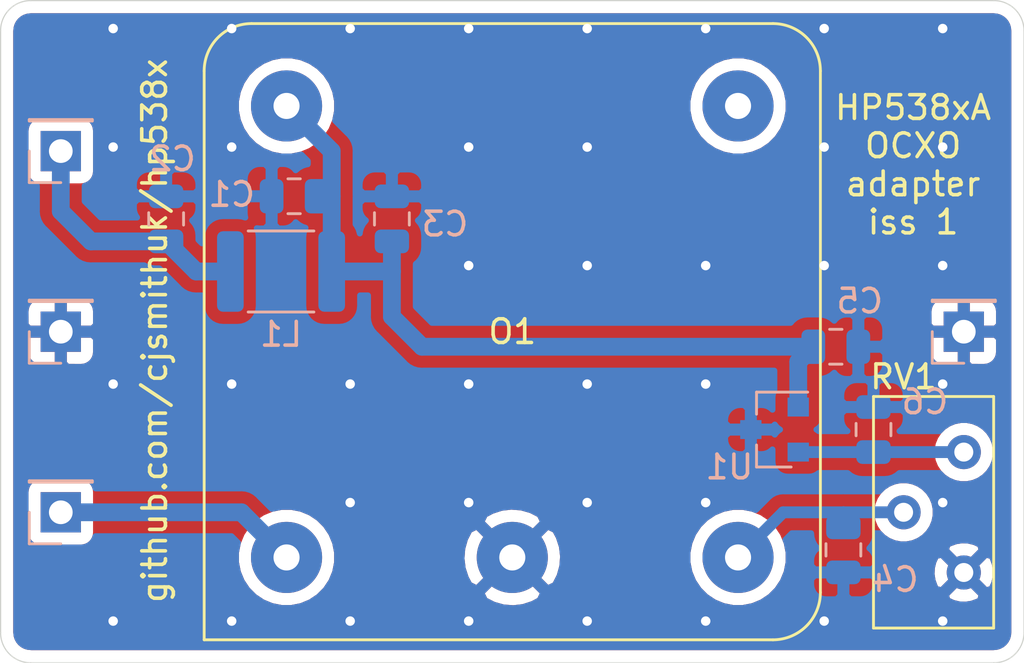
<source format=kicad_pcb>
(kicad_pcb (version 20171130) (host pcbnew "(5.1.9)-1")

  (general
    (thickness 1.6)
    (drawings 10)
    (tracks 63)
    (zones 0)
    (modules 14)
    (nets 7)
  )

  (page A4)
  (layers
    (0 F.Cu signal)
    (31 B.Cu signal)
    (32 B.Adhes user)
    (33 F.Adhes user)
    (34 B.Paste user)
    (35 F.Paste user)
    (36 B.SilkS user)
    (37 F.SilkS user)
    (38 B.Mask user)
    (39 F.Mask user)
    (40 Dwgs.User user)
    (41 Cmts.User user)
    (42 Eco1.User user)
    (43 Eco2.User user)
    (44 Edge.Cuts user)
    (45 Margin user)
    (46 B.CrtYd user)
    (47 F.CrtYd user)
    (48 B.Fab user)
    (49 F.Fab user)
  )

  (setup
    (last_trace_width 0.75)
    (user_trace_width 0.5)
    (user_trace_width 0.75)
    (user_trace_width 1)
    (trace_clearance 0.2)
    (zone_clearance 0.508)
    (zone_45_only no)
    (trace_min 0.2)
    (via_size 0.8)
    (via_drill 0.4)
    (via_min_size 0.4)
    (via_min_drill 0.3)
    (uvia_size 0.3)
    (uvia_drill 0.1)
    (uvias_allowed no)
    (uvia_min_size 0.2)
    (uvia_min_drill 0.1)
    (edge_width 0.05)
    (segment_width 0.2)
    (pcb_text_width 0.3)
    (pcb_text_size 1.5 1.5)
    (mod_edge_width 0.12)
    (mod_text_size 1 1)
    (mod_text_width 0.15)
    (pad_size 1.524 1.524)
    (pad_drill 0.762)
    (pad_to_mask_clearance 0)
    (aux_axis_origin 0 0)
    (visible_elements 7FFFFFFF)
    (pcbplotparams
      (layerselection 0x010fc_ffffffff)
      (usegerberextensions false)
      (usegerberattributes true)
      (usegerberadvancedattributes true)
      (creategerberjobfile true)
      (excludeedgelayer true)
      (linewidth 0.100000)
      (plotframeref false)
      (viasonmask false)
      (mode 1)
      (useauxorigin false)
      (hpglpennumber 1)
      (hpglpenspeed 20)
      (hpglpendiameter 15.000000)
      (psnegative false)
      (psa4output false)
      (plotreference true)
      (plotvalue true)
      (plotinvisibletext false)
      (padsonsilk false)
      (subtractmaskfromsilk false)
      (outputformat 1)
      (mirror false)
      (drillshape 0)
      (scaleselection 1)
      (outputdirectory "C:/work/hp538x/"))
  )

  (net 0 "")
  (net 1 GND)
  (net 2 +5V)
  (net 3 "Net-(C2-Pad1)")
  (net 4 /Vcont)
  (net 5 "Net-(C6-Pad1)")
  (net 6 "Net-(J4-Pad1)")

  (net_class Default "This is the default net class."
    (clearance 0.2)
    (trace_width 0.25)
    (via_dia 0.8)
    (via_drill 0.4)
    (uvia_dia 0.3)
    (uvia_drill 0.1)
    (add_net +5V)
    (add_net /Vcont)
    (add_net GND)
    (add_net "Net-(C2-Pad1)")
    (add_net "Net-(C6-Pad1)")
    (add_net "Net-(J4-Pad1)")
  )

  (module Potentiometer_THT:Potentiometer_Bourns_3296Y_Vertical (layer F.Cu) (tedit 5A3D4994) (tstamp 6057B404)
    (at 135.89 107.95 270)
    (descr "Potentiometer, vertical, Bourns 3296Y, https://www.bourns.com/pdfs/3296.pdf")
    (tags "Potentiometer vertical Bourns 3296Y")
    (path /605756FC)
    (fp_text reference RV1 (at -8.255 2.54 180) (layer F.SilkS)
      (effects (font (size 1 1) (thickness 0.15)))
    )
    (fp_text value 5k (at -2.54 4.94 90) (layer F.Fab)
      (effects (font (size 1 1) (thickness 0.15)))
    )
    (fp_text user %R (at -3.175 1.275 90) (layer F.Fab)
      (effects (font (size 1 1) (thickness 0.15)))
    )
    (fp_circle (center 0.955 2.42) (end 2.05 2.42) (layer F.Fab) (width 0.1))
    (fp_line (start -7.305 -1.14) (end -7.305 3.69) (layer F.Fab) (width 0.1))
    (fp_line (start -7.305 3.69) (end 2.225 3.69) (layer F.Fab) (width 0.1))
    (fp_line (start 2.225 3.69) (end 2.225 -1.14) (layer F.Fab) (width 0.1))
    (fp_line (start 2.225 -1.14) (end -7.305 -1.14) (layer F.Fab) (width 0.1))
    (fp_line (start 0.955 3.505) (end 0.956 1.336) (layer F.Fab) (width 0.1))
    (fp_line (start 0.955 3.505) (end 0.956 1.336) (layer F.Fab) (width 0.1))
    (fp_line (start -7.425 -1.26) (end 2.345 -1.26) (layer F.SilkS) (width 0.12))
    (fp_line (start -7.425 3.81) (end 2.345 3.81) (layer F.SilkS) (width 0.12))
    (fp_line (start -7.425 -1.26) (end -7.425 3.81) (layer F.SilkS) (width 0.12))
    (fp_line (start 2.345 -1.26) (end 2.345 3.81) (layer F.SilkS) (width 0.12))
    (fp_line (start -7.6 -1.4) (end -7.6 3.95) (layer F.CrtYd) (width 0.05))
    (fp_line (start -7.6 3.95) (end 2.5 3.95) (layer F.CrtYd) (width 0.05))
    (fp_line (start 2.5 3.95) (end 2.5 -1.4) (layer F.CrtYd) (width 0.05))
    (fp_line (start 2.5 -1.4) (end -7.6 -1.4) (layer F.CrtYd) (width 0.05))
    (pad 3 thru_hole circle (at -5.08 0 270) (size 1.44 1.44) (drill 0.8) (layers *.Cu *.Mask)
      (net 5 "Net-(C6-Pad1)"))
    (pad 2 thru_hole circle (at -2.54 2.54 270) (size 1.44 1.44) (drill 0.8) (layers *.Cu *.Mask)
      (net 4 /Vcont))
    (pad 1 thru_hole circle (at 0 0 270) (size 1.44 1.44) (drill 0.8) (layers *.Cu *.Mask)
      (net 1 GND))
    (model ${KISYS3DMOD}/Potentiometer_THT.3dshapes/Potentiometer_Bourns_3296Y_Vertical.wrl
      (at (xyz 0 0 0))
      (scale (xyz 1 1 1))
      (rotate (xyz 0 0 0))
    )
  )

  (module m0xte:osc5a2b02 (layer F.Cu) (tedit 60574AFC) (tstamp 6057B3ED)
    (at 116.84 97.79)
    (path /6056957C)
    (fp_text reference O1 (at 0 0) (layer F.SilkS)
      (effects (font (size 1 1) (thickness 0.15)))
    )
    (fp_text value osc5a2b02 (at 0 0) (layer F.Fab) hide
      (effects (font (size 1 1) (thickness 0.15)))
    )
    (fp_arc (start -11 -11) (end -11 -13) (angle -90) (layer F.SilkS) (width 0.12))
    (fp_arc (start 11 -11) (end 13 -11) (angle -90) (layer F.SilkS) (width 0.12))
    (fp_arc (start 11 11) (end 11 13) (angle -90) (layer F.SilkS) (width 0.12))
    (fp_line (start -13 -11) (end -13 13) (layer F.SilkS) (width 0.12))
    (fp_line (start 11 13) (end -13 13) (layer F.SilkS) (width 0.12))
    (fp_line (start 13 11) (end 13 -11) (layer F.SilkS) (width 0.12))
    (fp_line (start -11 -13) (end 11 -13) (layer F.SilkS) (width 0.12))
    (pad 1 thru_hole circle (at -9.525 9.525) (size 3 3) (drill 1.1) (layers *.Cu *.Mask)
      (net 6 "Net-(J4-Pad1)"))
    (pad 2 thru_hole circle (at 0 9.525) (size 3 3) (drill 1.1) (layers *.Cu *.Mask)
      (net 1 GND))
    (pad 3 thru_hole circle (at 9.525 9.525) (size 3 3) (drill 1.1) (layers *.Cu *.Mask)
      (net 4 /Vcont))
    (pad 4 thru_hole circle (at 9.525 -9.525) (size 3 3) (drill 1.1) (layers *.Cu *.Mask))
    (pad 5 thru_hole circle (at -9.525 -9.525) (size 3 3) (drill 1.1) (layers *.Cu *.Mask)
      (net 2 +5V))
  )

  (module Inductor_SMD:L_1812_4532Metric (layer B.Cu) (tedit 5F68FEF0) (tstamp 6057A702)
    (at 107.0825 95.25)
    (descr "Inductor SMD 1812 (4532 Metric), square (rectangular) end terminal, IPC_7351 nominal, (Body size source: https://www.nikhef.nl/pub/departments/mt/projects/detectorR_D/dtddice/ERJ2G.pdf), generated with kicad-footprint-generator")
    (tags inductor)
    (path /6056B2DC)
    (attr smd)
    (fp_text reference L1 (at 0 2.65) (layer B.SilkS)
      (effects (font (size 1 1) (thickness 0.15)) (justify mirror))
    )
    (fp_text value 1.2u (at 0 -2.65) (layer B.Fab)
      (effects (font (size 1 1) (thickness 0.15)) (justify mirror))
    )
    (fp_text user %R (at 0 0) (layer B.Fab)
      (effects (font (size 1 1) (thickness 0.15)) (justify mirror))
    )
    (fp_line (start -2.25 -1.6) (end -2.25 1.6) (layer B.Fab) (width 0.1))
    (fp_line (start -2.25 1.6) (end 2.25 1.6) (layer B.Fab) (width 0.1))
    (fp_line (start 2.25 1.6) (end 2.25 -1.6) (layer B.Fab) (width 0.1))
    (fp_line (start 2.25 -1.6) (end -2.25 -1.6) (layer B.Fab) (width 0.1))
    (fp_line (start -1.386252 1.71) (end 1.386252 1.71) (layer B.SilkS) (width 0.12))
    (fp_line (start -1.386252 -1.71) (end 1.386252 -1.71) (layer B.SilkS) (width 0.12))
    (fp_line (start -2.95 -1.95) (end -2.95 1.95) (layer B.CrtYd) (width 0.05))
    (fp_line (start -2.95 1.95) (end 2.95 1.95) (layer B.CrtYd) (width 0.05))
    (fp_line (start 2.95 1.95) (end 2.95 -1.95) (layer B.CrtYd) (width 0.05))
    (fp_line (start 2.95 -1.95) (end -2.95 -1.95) (layer B.CrtYd) (width 0.05))
    (pad 2 smd roundrect (at 2.1375 0) (size 1.125 3.4) (layers B.Cu B.Paste B.Mask) (roundrect_rratio 0.2222213333333333)
      (net 2 +5V))
    (pad 1 smd roundrect (at -2.1375 0) (size 1.125 3.4) (layers B.Cu B.Paste B.Mask) (roundrect_rratio 0.2222213333333333)
      (net 3 "Net-(C2-Pad1)"))
    (model ${KISYS3DMOD}/Inductor_SMD.3dshapes/L_1812_4532Metric.wrl
      (at (xyz 0 0 0))
      (scale (xyz 1 1 1))
      (rotate (xyz 0 0 0))
    )
  )

  (module Connector_PinHeader_2.54mm:PinHeader_1x01_P2.54mm_Vertical (layer B.Cu) (tedit 59FED5CC) (tstamp 60579954)
    (at 97.79 105.41)
    (descr "Through hole straight pin header, 1x01, 2.54mm pitch, single row")
    (tags "Through hole pin header THT 1x01 2.54mm single row")
    (path /60572C9C)
    (fp_text reference J4 (at 0 2.33) (layer B.SilkS) hide
      (effects (font (size 1 1) (thickness 0.15)) (justify mirror))
    )
    (fp_text value OUT (at 0 -2.33) (layer B.Fab)
      (effects (font (size 1 1) (thickness 0.15)) (justify mirror))
    )
    (fp_line (start 1.8 1.8) (end -1.8 1.8) (layer B.CrtYd) (width 0.05))
    (fp_line (start 1.8 -1.8) (end 1.8 1.8) (layer B.CrtYd) (width 0.05))
    (fp_line (start -1.8 -1.8) (end 1.8 -1.8) (layer B.CrtYd) (width 0.05))
    (fp_line (start -1.8 1.8) (end -1.8 -1.8) (layer B.CrtYd) (width 0.05))
    (fp_line (start -1.33 1.33) (end 0 1.33) (layer B.SilkS) (width 0.12))
    (fp_line (start -1.33 0) (end -1.33 1.33) (layer B.SilkS) (width 0.12))
    (fp_line (start -1.33 -1.27) (end 1.33 -1.27) (layer B.SilkS) (width 0.12))
    (fp_line (start 1.33 -1.27) (end 1.33 -1.33) (layer B.SilkS) (width 0.12))
    (fp_line (start -1.33 -1.27) (end -1.33 -1.33) (layer B.SilkS) (width 0.12))
    (fp_line (start -1.33 -1.33) (end 1.33 -1.33) (layer B.SilkS) (width 0.12))
    (fp_line (start -1.27 0.635) (end -0.635 1.27) (layer B.Fab) (width 0.1))
    (fp_line (start -1.27 -1.27) (end -1.27 0.635) (layer B.Fab) (width 0.1))
    (fp_line (start 1.27 -1.27) (end -1.27 -1.27) (layer B.Fab) (width 0.1))
    (fp_line (start 1.27 1.27) (end 1.27 -1.27) (layer B.Fab) (width 0.1))
    (fp_line (start -0.635 1.27) (end 1.27 1.27) (layer B.Fab) (width 0.1))
    (pad 1 thru_hole rect (at 0 0) (size 1.7 1.7) (drill 1) (layers *.Cu *.Mask)
      (net 6 "Net-(J4-Pad1)"))
    (model ${KISYS3DMOD}/Connector_PinHeader_2.54mm.3dshapes/PinHeader_1x01_P2.54mm_Vertical.wrl
      (at (xyz 0 0 0))
      (scale (xyz 1 1 1))
      (rotate (xyz 0 0 0))
    )
  )

  (module Package_TO_SOT_SMD:SOT-23 (layer B.Cu) (tedit 5A02FF57) (tstamp 60579648)
    (at 127.905 101.92 180)
    (descr "SOT-23, Standard")
    (tags SOT-23)
    (path /605F97A7)
    (attr smd)
    (fp_text reference U1 (at 1.905 -1.58 180) (layer B.SilkS)
      (effects (font (size 1 1) (thickness 0.15)) (justify mirror))
    )
    (fp_text value max6064 (at 0 -2.5 180) (layer B.Fab)
      (effects (font (size 1 1) (thickness 0.15)) (justify mirror))
    )
    (fp_line (start 0.76 -1.58) (end -0.7 -1.58) (layer B.SilkS) (width 0.12))
    (fp_line (start 0.76 1.58) (end -1.4 1.58) (layer B.SilkS) (width 0.12))
    (fp_line (start -1.7 -1.75) (end -1.7 1.75) (layer B.CrtYd) (width 0.05))
    (fp_line (start 1.7 -1.75) (end -1.7 -1.75) (layer B.CrtYd) (width 0.05))
    (fp_line (start 1.7 1.75) (end 1.7 -1.75) (layer B.CrtYd) (width 0.05))
    (fp_line (start -1.7 1.75) (end 1.7 1.75) (layer B.CrtYd) (width 0.05))
    (fp_line (start 0.76 1.58) (end 0.76 0.65) (layer B.SilkS) (width 0.12))
    (fp_line (start 0.76 -1.58) (end 0.76 -0.65) (layer B.SilkS) (width 0.12))
    (fp_line (start -0.7 -1.52) (end 0.7 -1.52) (layer B.Fab) (width 0.1))
    (fp_line (start 0.7 1.52) (end 0.7 -1.52) (layer B.Fab) (width 0.1))
    (fp_line (start -0.7 0.95) (end -0.15 1.52) (layer B.Fab) (width 0.1))
    (fp_line (start -0.15 1.52) (end 0.7 1.52) (layer B.Fab) (width 0.1))
    (fp_line (start -0.7 0.95) (end -0.7 -1.5) (layer B.Fab) (width 0.1))
    (fp_text user %R (at 0 0 90) (layer B.Fab)
      (effects (font (size 0.5 0.5) (thickness 0.075)) (justify mirror))
    )
    (pad 3 smd rect (at 1 0 180) (size 0.9 0.8) (layers B.Cu B.Paste B.Mask)
      (net 1 GND))
    (pad 2 smd rect (at -1 -0.95 180) (size 0.9 0.8) (layers B.Cu B.Paste B.Mask)
      (net 5 "Net-(C6-Pad1)"))
    (pad 1 smd rect (at -1 0.95 180) (size 0.9 0.8) (layers B.Cu B.Paste B.Mask)
      (net 2 +5V))
    (model ${KISYS3DMOD}/Package_TO_SOT_SMD.3dshapes/SOT-23.wrl
      (at (xyz 0 0 0))
      (scale (xyz 1 1 1))
      (rotate (xyz 0 0 0))
    )
  )

  (module Connector_PinHeader_2.54mm:PinHeader_1x01_P2.54mm_Vertical (layer B.Cu) (tedit 59FED5CC) (tstamp 6057961E)
    (at 135.89 97.79)
    (descr "Through hole straight pin header, 1x01, 2.54mm pitch, single row")
    (tags "Through hole pin header THT 1x01 2.54mm single row")
    (path /6057A54C)
    (fp_text reference J3 (at 0 2.33) (layer B.SilkS) hide
      (effects (font (size 1 1) (thickness 0.15)) (justify mirror))
    )
    (fp_text value GND2 (at 0 -2.33) (layer B.Fab)
      (effects (font (size 1 1) (thickness 0.15)) (justify mirror))
    )
    (fp_line (start 1.8 1.8) (end -1.8 1.8) (layer B.CrtYd) (width 0.05))
    (fp_line (start 1.8 -1.8) (end 1.8 1.8) (layer B.CrtYd) (width 0.05))
    (fp_line (start -1.8 -1.8) (end 1.8 -1.8) (layer B.CrtYd) (width 0.05))
    (fp_line (start -1.8 1.8) (end -1.8 -1.8) (layer B.CrtYd) (width 0.05))
    (fp_line (start -1.33 1.33) (end 0 1.33) (layer B.SilkS) (width 0.12))
    (fp_line (start -1.33 0) (end -1.33 1.33) (layer B.SilkS) (width 0.12))
    (fp_line (start -1.33 -1.27) (end 1.33 -1.27) (layer B.SilkS) (width 0.12))
    (fp_line (start 1.33 -1.27) (end 1.33 -1.33) (layer B.SilkS) (width 0.12))
    (fp_line (start -1.33 -1.27) (end -1.33 -1.33) (layer B.SilkS) (width 0.12))
    (fp_line (start -1.33 -1.33) (end 1.33 -1.33) (layer B.SilkS) (width 0.12))
    (fp_line (start -1.27 0.635) (end -0.635 1.27) (layer B.Fab) (width 0.1))
    (fp_line (start -1.27 -1.27) (end -1.27 0.635) (layer B.Fab) (width 0.1))
    (fp_line (start 1.27 -1.27) (end -1.27 -1.27) (layer B.Fab) (width 0.1))
    (fp_line (start 1.27 1.27) (end 1.27 -1.27) (layer B.Fab) (width 0.1))
    (fp_line (start -0.635 1.27) (end 1.27 1.27) (layer B.Fab) (width 0.1))
    (fp_text user %R (at 0 0 -90) (layer B.Fab)
      (effects (font (size 1 1) (thickness 0.15)) (justify mirror))
    )
    (pad 1 thru_hole rect (at 0 0) (size 1.7 1.7) (drill 1) (layers *.Cu *.Mask)
      (net 1 GND))
    (model ${KISYS3DMOD}/Connector_PinHeader_2.54mm.3dshapes/PinHeader_1x01_P2.54mm_Vertical.wrl
      (at (xyz 0 0 0))
      (scale (xyz 1 1 1))
      (rotate (xyz 0 0 0))
    )
  )

  (module Connector_PinHeader_2.54mm:PinHeader_1x01_P2.54mm_Vertical (layer B.Cu) (tedit 59FED5CC) (tstamp 60579609)
    (at 97.79 97.79)
    (descr "Through hole straight pin header, 1x01, 2.54mm pitch, single row")
    (tags "Through hole pin header THT 1x01 2.54mm single row")
    (path /605788BC)
    (fp_text reference J2 (at 0 2.33) (layer B.SilkS) hide
      (effects (font (size 1 1) (thickness 0.15)) (justify mirror))
    )
    (fp_text value GND1 (at 0 -2.33) (layer B.Fab)
      (effects (font (size 1 1) (thickness 0.15)) (justify mirror))
    )
    (fp_line (start 1.8 1.8) (end -1.8 1.8) (layer B.CrtYd) (width 0.05))
    (fp_line (start 1.8 -1.8) (end 1.8 1.8) (layer B.CrtYd) (width 0.05))
    (fp_line (start -1.8 -1.8) (end 1.8 -1.8) (layer B.CrtYd) (width 0.05))
    (fp_line (start -1.8 1.8) (end -1.8 -1.8) (layer B.CrtYd) (width 0.05))
    (fp_line (start -1.33 1.33) (end 0 1.33) (layer B.SilkS) (width 0.12))
    (fp_line (start -1.33 0) (end -1.33 1.33) (layer B.SilkS) (width 0.12))
    (fp_line (start -1.33 -1.27) (end 1.33 -1.27) (layer B.SilkS) (width 0.12))
    (fp_line (start 1.33 -1.27) (end 1.33 -1.33) (layer B.SilkS) (width 0.12))
    (fp_line (start -1.33 -1.27) (end -1.33 -1.33) (layer B.SilkS) (width 0.12))
    (fp_line (start -1.33 -1.33) (end 1.33 -1.33) (layer B.SilkS) (width 0.12))
    (fp_line (start -1.27 0.635) (end -0.635 1.27) (layer B.Fab) (width 0.1))
    (fp_line (start -1.27 -1.27) (end -1.27 0.635) (layer B.Fab) (width 0.1))
    (fp_line (start 1.27 -1.27) (end -1.27 -1.27) (layer B.Fab) (width 0.1))
    (fp_line (start 1.27 1.27) (end 1.27 -1.27) (layer B.Fab) (width 0.1))
    (fp_line (start -0.635 1.27) (end 1.27 1.27) (layer B.Fab) (width 0.1))
    (fp_text user %R (at 0 0 -90) (layer B.Fab)
      (effects (font (size 1 1) (thickness 0.15)) (justify mirror))
    )
    (pad 1 thru_hole rect (at 0 0) (size 1.7 1.7) (drill 1) (layers *.Cu *.Mask)
      (net 1 GND))
    (model ${KISYS3DMOD}/Connector_PinHeader_2.54mm.3dshapes/PinHeader_1x01_P2.54mm_Vertical.wrl
      (at (xyz 0 0 0))
      (scale (xyz 1 1 1))
      (rotate (xyz 0 0 0))
    )
  )

  (module Connector_PinHeader_2.54mm:PinHeader_1x01_P2.54mm_Vertical (layer B.Cu) (tedit 59FED5CC) (tstamp 6057BBA2)
    (at 97.79 90.17)
    (descr "Through hole straight pin header, 1x01, 2.54mm pitch, single row")
    (tags "Through hole pin header THT 1x01 2.54mm single row")
    (path /6056CD5B)
    (fp_text reference J1 (at 0 2.33) (layer B.SilkS) hide
      (effects (font (size 1 1) (thickness 0.15)) (justify mirror))
    )
    (fp_text value 5V (at 0 -2.33) (layer B.Fab)
      (effects (font (size 1 1) (thickness 0.15)) (justify mirror))
    )
    (fp_line (start 1.8 1.8) (end -1.8 1.8) (layer B.CrtYd) (width 0.05))
    (fp_line (start 1.8 -1.8) (end 1.8 1.8) (layer B.CrtYd) (width 0.05))
    (fp_line (start -1.8 -1.8) (end 1.8 -1.8) (layer B.CrtYd) (width 0.05))
    (fp_line (start -1.8 1.8) (end -1.8 -1.8) (layer B.CrtYd) (width 0.05))
    (fp_line (start -1.33 1.33) (end 0 1.33) (layer B.SilkS) (width 0.12))
    (fp_line (start -1.33 0) (end -1.33 1.33) (layer B.SilkS) (width 0.12))
    (fp_line (start -1.33 -1.27) (end 1.33 -1.27) (layer B.SilkS) (width 0.12))
    (fp_line (start 1.33 -1.27) (end 1.33 -1.33) (layer B.SilkS) (width 0.12))
    (fp_line (start -1.33 -1.27) (end -1.33 -1.33) (layer B.SilkS) (width 0.12))
    (fp_line (start -1.33 -1.33) (end 1.33 -1.33) (layer B.SilkS) (width 0.12))
    (fp_line (start -1.27 0.635) (end -0.635 1.27) (layer B.Fab) (width 0.1))
    (fp_line (start -1.27 -1.27) (end -1.27 0.635) (layer B.Fab) (width 0.1))
    (fp_line (start 1.27 -1.27) (end -1.27 -1.27) (layer B.Fab) (width 0.1))
    (fp_line (start 1.27 1.27) (end 1.27 -1.27) (layer B.Fab) (width 0.1))
    (fp_line (start -0.635 1.27) (end 1.27 1.27) (layer B.Fab) (width 0.1))
    (fp_text user %R (at 0 0 -90) (layer B.Fab)
      (effects (font (size 1 1) (thickness 0.15)) (justify mirror))
    )
    (pad 1 thru_hole rect (at 0 0) (size 1.7 1.7) (drill 1) (layers *.Cu *.Mask)
      (net 3 "Net-(C2-Pad1)"))
    (model ${KISYS3DMOD}/Connector_PinHeader_2.54mm.3dshapes/PinHeader_1x01_P2.54mm_Vertical.wrl
      (at (xyz 0 0 0))
      (scale (xyz 1 1 1))
      (rotate (xyz 0 0 0))
    )
  )

  (module Capacitor_SMD:C_0805_2012Metric (layer B.Cu) (tedit 5F68FEEE) (tstamp 605795DF)
    (at 132.08 101.92 90)
    (descr "Capacitor SMD 0805 (2012 Metric), square (rectangular) end terminal, IPC_7351 nominal, (Body size source: IPC-SM-782 page 76, https://www.pcb-3d.com/wordpress/wp-content/uploads/ipc-sm-782a_amendment_1_and_2.pdf, https://docs.google.com/spreadsheets/d/1BsfQQcO9C6DZCsRaXUlFlo91Tg2WpOkGARC1WS5S8t0/edit?usp=sharing), generated with kicad-footprint-generator")
    (tags capacitor)
    (path /605B384E)
    (attr smd)
    (fp_text reference C6 (at 1.17 2.17) (layer B.SilkS)
      (effects (font (size 1 1) (thickness 0.15)) (justify mirror))
    )
    (fp_text value 100n (at 0 -1.68 270) (layer B.Fab)
      (effects (font (size 1 1) (thickness 0.15)) (justify mirror))
    )
    (fp_line (start 1.7 -0.98) (end -1.7 -0.98) (layer B.CrtYd) (width 0.05))
    (fp_line (start 1.7 0.98) (end 1.7 -0.98) (layer B.CrtYd) (width 0.05))
    (fp_line (start -1.7 0.98) (end 1.7 0.98) (layer B.CrtYd) (width 0.05))
    (fp_line (start -1.7 -0.98) (end -1.7 0.98) (layer B.CrtYd) (width 0.05))
    (fp_line (start -0.261252 -0.735) (end 0.261252 -0.735) (layer B.SilkS) (width 0.12))
    (fp_line (start -0.261252 0.735) (end 0.261252 0.735) (layer B.SilkS) (width 0.12))
    (fp_line (start 1 -0.625) (end -1 -0.625) (layer B.Fab) (width 0.1))
    (fp_line (start 1 0.625) (end 1 -0.625) (layer B.Fab) (width 0.1))
    (fp_line (start -1 0.625) (end 1 0.625) (layer B.Fab) (width 0.1))
    (fp_line (start -1 -0.625) (end -1 0.625) (layer B.Fab) (width 0.1))
    (fp_text user %R (at 0 0 270) (layer B.Fab)
      (effects (font (size 0.5 0.5) (thickness 0.08)) (justify mirror))
    )
    (pad 2 smd roundrect (at 0.95 0 90) (size 1 1.45) (layers B.Cu B.Paste B.Mask) (roundrect_rratio 0.25)
      (net 1 GND))
    (pad 1 smd roundrect (at -0.95 0 90) (size 1 1.45) (layers B.Cu B.Paste B.Mask) (roundrect_rratio 0.25)
      (net 5 "Net-(C6-Pad1)"))
    (model ${KISYS3DMOD}/Capacitor_SMD.3dshapes/C_0805_2012Metric.wrl
      (at (xyz 0 0 0))
      (scale (xyz 1 1 1))
      (rotate (xyz 0 0 0))
    )
  )

  (module Capacitor_SMD:C_0805_2012Metric (layer B.Cu) (tedit 5F68FEEE) (tstamp 605795CE)
    (at 130.49 98.425)
    (descr "Capacitor SMD 0805 (2012 Metric), square (rectangular) end terminal, IPC_7351 nominal, (Body size source: IPC-SM-782 page 76, https://www.pcb-3d.com/wordpress/wp-content/uploads/ipc-sm-782a_amendment_1_and_2.pdf, https://docs.google.com/spreadsheets/d/1BsfQQcO9C6DZCsRaXUlFlo91Tg2WpOkGARC1WS5S8t0/edit?usp=sharing), generated with kicad-footprint-generator")
    (tags capacitor)
    (path /605AF842)
    (attr smd)
    (fp_text reference C5 (at 1.01 -1.925 180) (layer B.SilkS)
      (effects (font (size 1 1) (thickness 0.15)) (justify mirror))
    )
    (fp_text value 100n (at 0 -1.68 180) (layer B.Fab)
      (effects (font (size 1 1) (thickness 0.15)) (justify mirror))
    )
    (fp_line (start 1.7 -0.98) (end -1.7 -0.98) (layer B.CrtYd) (width 0.05))
    (fp_line (start 1.7 0.98) (end 1.7 -0.98) (layer B.CrtYd) (width 0.05))
    (fp_line (start -1.7 0.98) (end 1.7 0.98) (layer B.CrtYd) (width 0.05))
    (fp_line (start -1.7 -0.98) (end -1.7 0.98) (layer B.CrtYd) (width 0.05))
    (fp_line (start -0.261252 -0.735) (end 0.261252 -0.735) (layer B.SilkS) (width 0.12))
    (fp_line (start -0.261252 0.735) (end 0.261252 0.735) (layer B.SilkS) (width 0.12))
    (fp_line (start 1 -0.625) (end -1 -0.625) (layer B.Fab) (width 0.1))
    (fp_line (start 1 0.625) (end 1 -0.625) (layer B.Fab) (width 0.1))
    (fp_line (start -1 0.625) (end 1 0.625) (layer B.Fab) (width 0.1))
    (fp_line (start -1 -0.625) (end -1 0.625) (layer B.Fab) (width 0.1))
    (fp_text user %R (at 0 0 180) (layer B.Fab)
      (effects (font (size 0.5 0.5) (thickness 0.08)) (justify mirror))
    )
    (pad 2 smd roundrect (at 0.95 0) (size 1 1.45) (layers B.Cu B.Paste B.Mask) (roundrect_rratio 0.25)
      (net 1 GND))
    (pad 1 smd roundrect (at -0.95 0) (size 1 1.45) (layers B.Cu B.Paste B.Mask) (roundrect_rratio 0.25)
      (net 2 +5V))
    (model ${KISYS3DMOD}/Capacitor_SMD.3dshapes/C_0805_2012Metric.wrl
      (at (xyz 0 0 0))
      (scale (xyz 1 1 1))
      (rotate (xyz 0 0 0))
    )
  )

  (module Capacitor_SMD:C_0805_2012Metric (layer B.Cu) (tedit 5F68FEEE) (tstamp 605795BD)
    (at 130.81 106.995 270)
    (descr "Capacitor SMD 0805 (2012 Metric), square (rectangular) end terminal, IPC_7351 nominal, (Body size source: IPC-SM-782 page 76, https://www.pcb-3d.com/wordpress/wp-content/uploads/ipc-sm-782a_amendment_1_and_2.pdf, https://docs.google.com/spreadsheets/d/1BsfQQcO9C6DZCsRaXUlFlo91Tg2WpOkGARC1WS5S8t0/edit?usp=sharing), generated with kicad-footprint-generator")
    (tags capacitor)
    (path /60573E00)
    (attr smd)
    (fp_text reference C4 (at 1.255 -2.19 180) (layer B.SilkS)
      (effects (font (size 1 1) (thickness 0.15)) (justify mirror))
    )
    (fp_text value 100n (at 0 -1.68 90) (layer B.Fab)
      (effects (font (size 1 1) (thickness 0.15)) (justify mirror))
    )
    (fp_line (start 1.7 -0.98) (end -1.7 -0.98) (layer B.CrtYd) (width 0.05))
    (fp_line (start 1.7 0.98) (end 1.7 -0.98) (layer B.CrtYd) (width 0.05))
    (fp_line (start -1.7 0.98) (end 1.7 0.98) (layer B.CrtYd) (width 0.05))
    (fp_line (start -1.7 -0.98) (end -1.7 0.98) (layer B.CrtYd) (width 0.05))
    (fp_line (start -0.261252 -0.735) (end 0.261252 -0.735) (layer B.SilkS) (width 0.12))
    (fp_line (start -0.261252 0.735) (end 0.261252 0.735) (layer B.SilkS) (width 0.12))
    (fp_line (start 1 -0.625) (end -1 -0.625) (layer B.Fab) (width 0.1))
    (fp_line (start 1 0.625) (end 1 -0.625) (layer B.Fab) (width 0.1))
    (fp_line (start -1 0.625) (end 1 0.625) (layer B.Fab) (width 0.1))
    (fp_line (start -1 -0.625) (end -1 0.625) (layer B.Fab) (width 0.1))
    (fp_text user %R (at 0 0 90) (layer B.Fab)
      (effects (font (size 0.5 0.5) (thickness 0.08)) (justify mirror))
    )
    (pad 2 smd roundrect (at 0.95 0 270) (size 1 1.45) (layers B.Cu B.Paste B.Mask) (roundrect_rratio 0.25)
      (net 1 GND))
    (pad 1 smd roundrect (at -0.95 0 270) (size 1 1.45) (layers B.Cu B.Paste B.Mask) (roundrect_rratio 0.25)
      (net 4 /Vcont))
    (model ${KISYS3DMOD}/Capacitor_SMD.3dshapes/C_0805_2012Metric.wrl
      (at (xyz 0 0 0))
      (scale (xyz 1 1 1))
      (rotate (xyz 0 0 0))
    )
  )

  (module Capacitor_SMD:C_0805_2012Metric (layer B.Cu) (tedit 5F68FEEE) (tstamp 605795AC)
    (at 111.76 93.03 90)
    (descr "Capacitor SMD 0805 (2012 Metric), square (rectangular) end terminal, IPC_7351 nominal, (Body size source: IPC-SM-782 page 76, https://www.pcb-3d.com/wordpress/wp-content/uploads/ipc-sm-782a_amendment_1_and_2.pdf, https://docs.google.com/spreadsheets/d/1BsfQQcO9C6DZCsRaXUlFlo91Tg2WpOkGARC1WS5S8t0/edit?usp=sharing), generated with kicad-footprint-generator")
    (tags capacitor)
    (path /6056C16A)
    (attr smd)
    (fp_text reference C3 (at -0.22 2.24) (layer B.SilkS)
      (effects (font (size 1 1) (thickness 0.15)) (justify mirror))
    )
    (fp_text value 100n (at 0 -1.68 -90) (layer B.Fab)
      (effects (font (size 1 1) (thickness 0.15)) (justify mirror))
    )
    (fp_line (start 1.7 -0.98) (end -1.7 -0.98) (layer B.CrtYd) (width 0.05))
    (fp_line (start 1.7 0.98) (end 1.7 -0.98) (layer B.CrtYd) (width 0.05))
    (fp_line (start -1.7 0.98) (end 1.7 0.98) (layer B.CrtYd) (width 0.05))
    (fp_line (start -1.7 -0.98) (end -1.7 0.98) (layer B.CrtYd) (width 0.05))
    (fp_line (start -0.261252 -0.735) (end 0.261252 -0.735) (layer B.SilkS) (width 0.12))
    (fp_line (start -0.261252 0.735) (end 0.261252 0.735) (layer B.SilkS) (width 0.12))
    (fp_line (start 1 -0.625) (end -1 -0.625) (layer B.Fab) (width 0.1))
    (fp_line (start 1 0.625) (end 1 -0.625) (layer B.Fab) (width 0.1))
    (fp_line (start -1 0.625) (end 1 0.625) (layer B.Fab) (width 0.1))
    (fp_line (start -1 -0.625) (end -1 0.625) (layer B.Fab) (width 0.1))
    (fp_text user %R (at 0 0 -90) (layer B.Fab)
      (effects (font (size 0.5 0.5) (thickness 0.08)) (justify mirror))
    )
    (pad 2 smd roundrect (at 0.95 0 90) (size 1 1.45) (layers B.Cu B.Paste B.Mask) (roundrect_rratio 0.25)
      (net 1 GND))
    (pad 1 smd roundrect (at -0.95 0 90) (size 1 1.45) (layers B.Cu B.Paste B.Mask) (roundrect_rratio 0.25)
      (net 2 +5V))
    (model ${KISYS3DMOD}/Capacitor_SMD.3dshapes/C_0805_2012Metric.wrl
      (at (xyz 0 0 0))
      (scale (xyz 1 1 1))
      (rotate (xyz 0 0 0))
    )
  )

  (module Capacitor_SMD:C_0805_2012Metric (layer B.Cu) (tedit 5F68FEEE) (tstamp 6057959B)
    (at 102.235 93.03 90)
    (descr "Capacitor SMD 0805 (2012 Metric), square (rectangular) end terminal, IPC_7351 nominal, (Body size source: IPC-SM-782 page 76, https://www.pcb-3d.com/wordpress/wp-content/uploads/ipc-sm-782a_amendment_1_and_2.pdf, https://docs.google.com/spreadsheets/d/1BsfQQcO9C6DZCsRaXUlFlo91Tg2WpOkGARC1WS5S8t0/edit?usp=sharing), generated with kicad-footprint-generator")
    (tags capacitor)
    (path /6056BDE8)
    (attr smd)
    (fp_text reference C2 (at 2.53 0.265) (layer B.SilkS)
      (effects (font (size 1 1) (thickness 0.15)) (justify mirror))
    )
    (fp_text value 100n (at 0 -1.68 270) (layer B.Fab)
      (effects (font (size 1 1) (thickness 0.15)) (justify mirror))
    )
    (fp_line (start 1.7 -0.98) (end -1.7 -0.98) (layer B.CrtYd) (width 0.05))
    (fp_line (start 1.7 0.98) (end 1.7 -0.98) (layer B.CrtYd) (width 0.05))
    (fp_line (start -1.7 0.98) (end 1.7 0.98) (layer B.CrtYd) (width 0.05))
    (fp_line (start -1.7 -0.98) (end -1.7 0.98) (layer B.CrtYd) (width 0.05))
    (fp_line (start -0.261252 -0.735) (end 0.261252 -0.735) (layer B.SilkS) (width 0.12))
    (fp_line (start -0.261252 0.735) (end 0.261252 0.735) (layer B.SilkS) (width 0.12))
    (fp_line (start 1 -0.625) (end -1 -0.625) (layer B.Fab) (width 0.1))
    (fp_line (start 1 0.625) (end 1 -0.625) (layer B.Fab) (width 0.1))
    (fp_line (start -1 0.625) (end 1 0.625) (layer B.Fab) (width 0.1))
    (fp_line (start -1 -0.625) (end -1 0.625) (layer B.Fab) (width 0.1))
    (fp_text user %R (at 0 0 270) (layer B.Fab)
      (effects (font (size 0.5 0.5) (thickness 0.08)) (justify mirror))
    )
    (pad 2 smd roundrect (at 0.95 0 90) (size 1 1.45) (layers B.Cu B.Paste B.Mask) (roundrect_rratio 0.25)
      (net 1 GND))
    (pad 1 smd roundrect (at -0.95 0 90) (size 1 1.45) (layers B.Cu B.Paste B.Mask) (roundrect_rratio 0.25)
      (net 3 "Net-(C2-Pad1)"))
    (model ${KISYS3DMOD}/Capacitor_SMD.3dshapes/C_0805_2012Metric.wrl
      (at (xyz 0 0 0))
      (scale (xyz 1 1 1))
      (rotate (xyz 0 0 0))
    )
  )

  (module Capacitor_SMD:C_0805_2012Metric (layer B.Cu) (tedit 5F68FEEE) (tstamp 6057958A)
    (at 107.635 92.075 180)
    (descr "Capacitor SMD 0805 (2012 Metric), square (rectangular) end terminal, IPC_7351 nominal, (Body size source: IPC-SM-782 page 76, https://www.pcb-3d.com/wordpress/wp-content/uploads/ipc-sm-782a_amendment_1_and_2.pdf, https://docs.google.com/spreadsheets/d/1BsfQQcO9C6DZCsRaXUlFlo91Tg2WpOkGARC1WS5S8t0/edit?usp=sharing), generated with kicad-footprint-generator")
    (tags capacitor)
    (path /60570005)
    (attr smd)
    (fp_text reference C1 (at 2.635 0.075 180) (layer B.SilkS)
      (effects (font (size 1 1) (thickness 0.15)) (justify mirror))
    )
    (fp_text value 100n (at 0 -1.68 180) (layer B.Fab)
      (effects (font (size 1 1) (thickness 0.15)) (justify mirror))
    )
    (fp_line (start 1.7 -0.98) (end -1.7 -0.98) (layer B.CrtYd) (width 0.05))
    (fp_line (start 1.7 0.98) (end 1.7 -0.98) (layer B.CrtYd) (width 0.05))
    (fp_line (start -1.7 0.98) (end 1.7 0.98) (layer B.CrtYd) (width 0.05))
    (fp_line (start -1.7 -0.98) (end -1.7 0.98) (layer B.CrtYd) (width 0.05))
    (fp_line (start -0.261252 -0.735) (end 0.261252 -0.735) (layer B.SilkS) (width 0.12))
    (fp_line (start -0.261252 0.735) (end 0.261252 0.735) (layer B.SilkS) (width 0.12))
    (fp_line (start 1 -0.625) (end -1 -0.625) (layer B.Fab) (width 0.1))
    (fp_line (start 1 0.625) (end 1 -0.625) (layer B.Fab) (width 0.1))
    (fp_line (start -1 0.625) (end 1 0.625) (layer B.Fab) (width 0.1))
    (fp_line (start -1 -0.625) (end -1 0.625) (layer B.Fab) (width 0.1))
    (fp_text user %R (at 0 0 180) (layer B.Fab)
      (effects (font (size 0.5 0.5) (thickness 0.08)) (justify mirror))
    )
    (pad 2 smd roundrect (at 0.95 0 180) (size 1 1.45) (layers B.Cu B.Paste B.Mask) (roundrect_rratio 0.25)
      (net 1 GND))
    (pad 1 smd roundrect (at -0.95 0 180) (size 1 1.45) (layers B.Cu B.Paste B.Mask) (roundrect_rratio 0.25)
      (net 2 +5V))
    (model ${KISYS3DMOD}/Capacitor_SMD.3dshapes/C_0805_2012Metric.wrl
      (at (xyz 0 0 0))
      (scale (xyz 1 1 1))
      (rotate (xyz 0 0 0))
    )
  )

  (gr_text github.com/cjsmithuk/hp538x (at 101.75 97.75 90) (layer F.SilkS)
    (effects (font (size 1 1) (thickness 0.15)))
  )
  (gr_text "HP538xA\nOCXO\nadapter\niss 1" (at 133.75 90.75) (layer F.SilkS)
    (effects (font (size 1 1) (thickness 0.15)))
  )
  (gr_line (start 96.52 111.76) (end 137.16 111.76) (layer Edge.Cuts) (width 0.05) (tstamp 6057C3A7))
  (gr_line (start 95.25 85.09) (end 95.25 110.49) (layer Edge.Cuts) (width 0.05) (tstamp 6057C3A6))
  (gr_line (start 137.16 83.82) (end 96.52 83.82) (layer Edge.Cuts) (width 0.05) (tstamp 6057C3A5))
  (gr_line (start 138.43 110.49) (end 138.43 85.09) (layer Edge.Cuts) (width 0.05) (tstamp 6057C3A4))
  (gr_arc (start 96.52 85.09) (end 96.52 83.82) (angle -90) (layer Edge.Cuts) (width 0.05))
  (gr_arc (start 96.52 110.49) (end 95.25 110.49) (angle -90) (layer Edge.Cuts) (width 0.05))
  (gr_arc (start 137.16 110.49) (end 137.16 111.76) (angle -90) (layer Edge.Cuts) (width 0.05))
  (gr_arc (start 137.16 85.09) (end 138.43 85.09) (angle -90) (layer Edge.Cuts) (width 0.05))

  (via (at 100 85) (size 0.8) (drill 0.4) (layers F.Cu B.Cu) (net 1))
  (via (at 100 90) (size 0.8) (drill 0.4) (layers F.Cu B.Cu) (net 1))
  (via (at 105 85) (size 0.8) (drill 0.4) (layers F.Cu B.Cu) (net 1))
  (via (at 105 90) (size 0.8) (drill 0.4) (layers F.Cu B.Cu) (net 1))
  (via (at 110 85) (size 0.8) (drill 0.4) (layers F.Cu B.Cu) (net 1))
  (via (at 115 85) (size 0.8) (drill 0.4) (layers F.Cu B.Cu) (net 1))
  (via (at 115 90) (size 0.8) (drill 0.4) (layers F.Cu B.Cu) (net 1))
  (via (at 120 85) (size 0.8) (drill 0.4) (layers F.Cu B.Cu) (net 1))
  (via (at 120 90) (size 0.8) (drill 0.4) (layers F.Cu B.Cu) (net 1))
  (via (at 125 85) (size 0.8) (drill 0.4) (layers F.Cu B.Cu) (net 1))
  (via (at 130 85) (size 0.8) (drill 0.4) (layers F.Cu B.Cu) (net 1))
  (via (at 130 90) (size 0.8) (drill 0.4) (layers F.Cu B.Cu) (net 1))
  (via (at 135 85) (size 0.8) (drill 0.4) (layers F.Cu B.Cu) (net 1))
  (via (at 135 90) (size 0.8) (drill 0.4) (layers F.Cu B.Cu) (net 1))
  (via (at 135 95) (size 0.8) (drill 0.4) (layers F.Cu B.Cu) (net 1))
  (via (at 130 95) (size 0.8) (drill 0.4) (layers F.Cu B.Cu) (net 1))
  (via (at 125 95) (size 0.8) (drill 0.4) (layers F.Cu B.Cu) (net 1))
  (via (at 120 95) (size 0.8) (drill 0.4) (layers F.Cu B.Cu) (net 1))
  (via (at 115 95) (size 0.8) (drill 0.4) (layers F.Cu B.Cu) (net 1))
  (via (at 115 100) (size 0.8) (drill 0.4) (layers F.Cu B.Cu) (net 1))
  (via (at 120 100) (size 0.8) (drill 0.4) (layers F.Cu B.Cu) (net 1))
  (via (at 125 100) (size 0.8) (drill 0.4) (layers F.Cu B.Cu) (net 1))
  (via (at 125 105) (size 0.8) (drill 0.4) (layers F.Cu B.Cu) (net 1))
  (via (at 120 105) (size 0.8) (drill 0.4) (layers F.Cu B.Cu) (net 1))
  (via (at 115 105) (size 0.8) (drill 0.4) (layers F.Cu B.Cu) (net 1))
  (via (at 110 105) (size 0.8) (drill 0.4) (layers F.Cu B.Cu) (net 1))
  (via (at 110 100) (size 0.8) (drill 0.4) (layers F.Cu B.Cu) (net 1))
  (via (at 105 100) (size 0.8) (drill 0.4) (layers F.Cu B.Cu) (net 1))
  (via (at 100 100) (size 0.8) (drill 0.4) (layers F.Cu B.Cu) (net 1))
  (via (at 100 110) (size 0.8) (drill 0.4) (layers F.Cu B.Cu) (net 1))
  (via (at 105 110) (size 0.8) (drill 0.4) (layers F.Cu B.Cu) (net 1))
  (via (at 110 110) (size 0.8) (drill 0.4) (layers F.Cu B.Cu) (net 1))
  (via (at 115 110) (size 0.8) (drill 0.4) (layers F.Cu B.Cu) (net 1))
  (via (at 120 110) (size 0.8) (drill 0.4) (layers F.Cu B.Cu) (net 1))
  (via (at 125 110) (size 0.8) (drill 0.4) (layers F.Cu B.Cu) (net 1))
  (via (at 130 110) (size 0.8) (drill 0.4) (layers F.Cu B.Cu) (net 1))
  (via (at 135 110) (size 0.8) (drill 0.4) (layers F.Cu B.Cu) (net 1))
  (via (at 135 100) (size 0.8) (drill 0.4) (layers F.Cu B.Cu) (net 1))
  (via (at 135 105) (size 0.8) (drill 0.4) (layers F.Cu B.Cu) (net 1))
  (segment (start 109.22 90.17) (end 107.315 88.265) (width 0.75) (layer B.Cu) (net 2))
  (segment (start 109.22 92.075) (end 109.22 90.17) (width 0.75) (layer B.Cu) (net 2))
  (segment (start 109.22 95.25) (end 109.22 92.075) (width 0.75) (layer B.Cu) (net 2))
  (segment (start 108.585 92.075) (end 109.22 92.075) (width 0.75) (layer B.Cu) (net 2))
  (segment (start 113.03 98.425) (end 129.54 98.425) (width 0.75) (layer B.Cu) (net 2))
  (segment (start 111.76 97.155) (end 113.03 98.425) (width 0.75) (layer B.Cu) (net 2))
  (segment (start 111.76 95.25) (end 111.76 97.155) (width 0.75) (layer B.Cu) (net 2))
  (segment (start 109.22 95.25) (end 111.76 95.25) (width 0.75) (layer B.Cu) (net 2))
  (segment (start 111.76 95.25) (end 111.76 93.98) (width 0.75) (layer B.Cu) (net 2))
  (segment (start 128.905 99.06) (end 129.54 98.425) (width 0.75) (layer B.Cu) (net 2))
  (segment (start 128.905 100.97) (end 128.905 99.06) (width 0.75) (layer B.Cu) (net 2))
  (segment (start 102.235 93.98) (end 99.06 93.98) (width 0.75) (layer B.Cu) (net 3))
  (segment (start 97.79 92.71) (end 97.79 90.17) (width 0.75) (layer B.Cu) (net 3))
  (segment (start 99.06 93.98) (end 97.79 92.71) (width 0.75) (layer B.Cu) (net 3))
  (segment (start 103.505 95.25) (end 102.235 93.98) (width 0.75) (layer B.Cu) (net 3))
  (segment (start 104.945 95.25) (end 103.505 95.25) (width 0.75) (layer B.Cu) (net 3))
  (segment (start 128.27 105.41) (end 126.365 107.315) (width 0.5) (layer B.Cu) (net 4))
  (segment (start 130.81 106.045) (end 130.81 105.41) (width 0.5) (layer B.Cu) (net 4))
  (segment (start 130.81 105.41) (end 128.27 105.41) (width 0.5) (layer B.Cu) (net 4))
  (segment (start 133.35 105.41) (end 130.81 105.41) (width 0.5) (layer B.Cu) (net 4))
  (segment (start 128.905 102.87) (end 132.08 102.87) (width 0.5) (layer B.Cu) (net 5))
  (segment (start 132.08 102.87) (end 135.89 102.87) (width 0.5) (layer B.Cu) (net 5))
  (segment (start 107.315 107.315) (end 105.41 105.41) (width 0.75) (layer B.Cu) (net 6))
  (segment (start 105.41 105.41) (end 97.79 105.41) (width 0.75) (layer B.Cu) (net 6))

  (zone (net 1) (net_name GND) (layer B.Cu) (tstamp 6057CA15) (hatch edge 0.508)
    (connect_pads (clearance 0.508))
    (min_thickness 0.254)
    (fill yes (arc_segments 32) (thermal_gap 0.508) (thermal_bridge_width 0.508))
    (polygon
      (pts
        (xy 138.43 111.76) (xy 95.25 111.76) (xy 95.25 83.82) (xy 138.43 83.82)
      )
    )
    (filled_polygon
      (pts
        (xy 137.277869 84.494722) (xy 137.391246 84.528953) (xy 137.495819 84.584555) (xy 137.587596 84.659407) (xy 137.663091 84.750664)
        (xy 137.719419 84.854844) (xy 137.75444 84.967976) (xy 137.770001 85.116031) (xy 137.77 110.457721) (xy 137.755278 110.607869)
        (xy 137.721047 110.721246) (xy 137.665446 110.825817) (xy 137.590594 110.917595) (xy 137.499335 110.993091) (xy 137.39516 111.049419)
        (xy 137.282024 111.08444) (xy 137.133979 111.1) (xy 96.552279 111.1) (xy 96.402131 111.085278) (xy 96.288754 111.051047)
        (xy 96.184183 110.995446) (xy 96.092405 110.920594) (xy 96.016909 110.829335) (xy 95.960581 110.72516) (xy 95.92556 110.612024)
        (xy 95.91 110.463979) (xy 95.91 104.56) (xy 96.301928 104.56) (xy 96.301928 106.26) (xy 96.314188 106.384482)
        (xy 96.350498 106.50418) (xy 96.409463 106.614494) (xy 96.488815 106.711185) (xy 96.585506 106.790537) (xy 96.69582 106.849502)
        (xy 96.815518 106.885812) (xy 96.94 106.898072) (xy 98.64 106.898072) (xy 98.764482 106.885812) (xy 98.88418 106.849502)
        (xy 98.994494 106.790537) (xy 99.091185 106.711185) (xy 99.170537 106.614494) (xy 99.229502 106.50418) (xy 99.255038 106.42)
        (xy 104.991645 106.42) (xy 105.262586 106.690942) (xy 105.262047 106.692244) (xy 105.18 107.104721) (xy 105.18 107.525279)
        (xy 105.262047 107.937756) (xy 105.422988 108.326302) (xy 105.656637 108.675983) (xy 105.954017 108.973363) (xy 106.303698 109.207012)
        (xy 106.692244 109.367953) (xy 107.104721 109.45) (xy 107.525279 109.45) (xy 107.937756 109.367953) (xy 108.326302 109.207012)
        (xy 108.675983 108.973363) (xy 108.842693 108.806653) (xy 115.527952 108.806653) (xy 115.683962 109.122214) (xy 116.058745 109.31302)
        (xy 116.463551 109.427044) (xy 116.882824 109.459902) (xy 117.300451 109.410334) (xy 117.700383 109.280243) (xy 117.996038 109.122214)
        (xy 118.152048 108.806653) (xy 116.84 107.494605) (xy 115.527952 108.806653) (xy 108.842693 108.806653) (xy 108.973363 108.675983)
        (xy 109.207012 108.326302) (xy 109.367953 107.937756) (xy 109.45 107.525279) (xy 109.45 107.357824) (xy 114.695098 107.357824)
        (xy 114.744666 107.775451) (xy 114.874757 108.175383) (xy 115.032786 108.471038) (xy 115.348347 108.627048) (xy 116.660395 107.315)
        (xy 117.019605 107.315) (xy 118.331653 108.627048) (xy 118.647214 108.471038) (xy 118.83802 108.096255) (xy 118.952044 107.691449)
        (xy 118.984902 107.272176) (xy 118.965027 107.104721) (xy 124.23 107.104721) (xy 124.23 107.525279) (xy 124.312047 107.937756)
        (xy 124.472988 108.326302) (xy 124.706637 108.675983) (xy 125.004017 108.973363) (xy 125.353698 109.207012) (xy 125.742244 109.367953)
        (xy 126.154721 109.45) (xy 126.575279 109.45) (xy 126.987756 109.367953) (xy 127.376302 109.207012) (xy 127.725983 108.973363)
        (xy 128.023363 108.675983) (xy 128.1777 108.445) (xy 129.446928 108.445) (xy 129.459188 108.569482) (xy 129.495498 108.68918)
        (xy 129.554463 108.799494) (xy 129.633815 108.896185) (xy 129.730506 108.975537) (xy 129.84082 109.034502) (xy 129.960518 109.070812)
        (xy 130.085 109.083072) (xy 130.52425 109.08) (xy 130.683 108.92125) (xy 130.683 108.072) (xy 130.937 108.072)
        (xy 130.937 108.92125) (xy 131.09575 109.08) (xy 131.535 109.083072) (xy 131.659482 109.070812) (xy 131.77918 109.034502)
        (xy 131.889494 108.975537) (xy 131.986185 108.896185) (xy 131.994904 108.88556) (xy 135.134045 108.88556) (xy 135.195932 109.121368)
        (xy 135.43779 109.234266) (xy 135.697027 109.297811) (xy 135.96368 109.309561) (xy 136.227501 109.269063) (xy 136.478353 109.177875)
        (xy 136.584068 109.121368) (xy 136.645955 108.88556) (xy 135.89 108.129605) (xy 135.134045 108.88556) (xy 131.994904 108.88556)
        (xy 132.065537 108.799494) (xy 132.124502 108.68918) (xy 132.160812 108.569482) (xy 132.173072 108.445) (xy 132.17 108.23075)
        (xy 132.01125 108.072) (xy 130.937 108.072) (xy 130.683 108.072) (xy 129.60875 108.072) (xy 129.45 108.23075)
        (xy 129.446928 108.445) (xy 128.1777 108.445) (xy 128.257012 108.326302) (xy 128.382362 108.02368) (xy 134.530439 108.02368)
        (xy 134.570937 108.287501) (xy 134.662125 108.538353) (xy 134.718632 108.644068) (xy 134.95444 108.705955) (xy 135.710395 107.95)
        (xy 136.069605 107.95) (xy 136.82556 108.705955) (xy 137.061368 108.644068) (xy 137.174266 108.40221) (xy 137.237811 108.142973)
        (xy 137.249561 107.87632) (xy 137.209063 107.612499) (xy 137.117875 107.361647) (xy 137.061368 107.255932) (xy 136.82556 107.194045)
        (xy 136.069605 107.95) (xy 135.710395 107.95) (xy 134.95444 107.194045) (xy 134.718632 107.255932) (xy 134.605734 107.49779)
        (xy 134.542189 107.757027) (xy 134.530439 108.02368) (xy 128.382362 108.02368) (xy 128.417953 107.937756) (xy 128.5 107.525279)
        (xy 128.5 107.104721) (xy 128.417953 106.692244) (xy 128.365637 106.565942) (xy 128.636579 106.295) (xy 129.446928 106.295)
        (xy 129.463992 106.468254) (xy 129.514528 106.63485) (xy 129.596595 106.788386) (xy 129.707038 106.922962) (xy 129.713594 106.928342)
        (xy 129.633815 106.993815) (xy 129.554463 107.090506) (xy 129.495498 107.20082) (xy 129.459188 107.320518) (xy 129.446928 107.445)
        (xy 129.45 107.65925) (xy 129.60875 107.818) (xy 130.683 107.818) (xy 130.683 107.798) (xy 130.937 107.798)
        (xy 130.937 107.818) (xy 132.01125 107.818) (xy 132.17 107.65925) (xy 132.173072 107.445) (xy 132.160812 107.320518)
        (xy 132.124502 107.20082) (xy 132.065537 107.090506) (xy 132.003112 107.01444) (xy 135.134045 107.01444) (xy 135.89 107.770395)
        (xy 136.645955 107.01444) (xy 136.584068 106.778632) (xy 136.34221 106.665734) (xy 136.082973 106.602189) (xy 135.81632 106.590439)
        (xy 135.552499 106.630937) (xy 135.301647 106.722125) (xy 135.195932 106.778632) (xy 135.134045 107.01444) (xy 132.003112 107.01444)
        (xy 131.986185 106.993815) (xy 131.906406 106.928342) (xy 131.912962 106.922962) (xy 132.023405 106.788386) (xy 132.105472 106.63485)
        (xy 132.156008 106.468254) (xy 132.173072 106.295) (xy 132.318741 106.295) (xy 132.486238 106.462497) (xy 132.708167 106.610785)
        (xy 132.954761 106.712928) (xy 133.216544 106.765) (xy 133.483456 106.765) (xy 133.745239 106.712928) (xy 133.991833 106.610785)
        (xy 134.213762 106.462497) (xy 134.402497 106.273762) (xy 134.550785 106.051833) (xy 134.652928 105.805239) (xy 134.705 105.543456)
        (xy 134.705 105.276544) (xy 134.652928 105.014761) (xy 134.550785 104.768167) (xy 134.402497 104.546238) (xy 134.213762 104.357503)
        (xy 133.991833 104.209215) (xy 133.745239 104.107072) (xy 133.483456 104.055) (xy 133.216544 104.055) (xy 132.954761 104.107072)
        (xy 132.708167 104.209215) (xy 132.486238 104.357503) (xy 132.318741 104.525) (xy 130.853477 104.525) (xy 130.81 104.520718)
        (xy 130.766524 104.525) (xy 128.313469 104.525) (xy 128.27 104.520719) (xy 128.226531 104.525) (xy 128.226523 104.525)
        (xy 128.09651 104.537805) (xy 127.929687 104.588411) (xy 127.79436 104.660744) (xy 127.775941 104.670589) (xy 127.674953 104.753468)
        (xy 127.674951 104.75347) (xy 127.641183 104.781183) (xy 127.61347 104.814951) (xy 127.114058 105.314363) (xy 126.987756 105.262047)
        (xy 126.575279 105.18) (xy 126.154721 105.18) (xy 125.742244 105.262047) (xy 125.353698 105.422988) (xy 125.004017 105.656637)
        (xy 124.706637 105.954017) (xy 124.472988 106.303698) (xy 124.312047 106.692244) (xy 124.23 107.104721) (xy 118.965027 107.104721)
        (xy 118.935334 106.854549) (xy 118.805243 106.454617) (xy 118.647214 106.158962) (xy 118.331653 106.002952) (xy 117.019605 107.315)
        (xy 116.660395 107.315) (xy 115.348347 106.002952) (xy 115.032786 106.158962) (xy 114.84198 106.533745) (xy 114.727956 106.938551)
        (xy 114.695098 107.357824) (xy 109.45 107.357824) (xy 109.45 107.104721) (xy 109.367953 106.692244) (xy 109.207012 106.303698)
        (xy 108.973363 105.954017) (xy 108.842693 105.823347) (xy 115.527952 105.823347) (xy 116.84 107.135395) (xy 118.152048 105.823347)
        (xy 117.996038 105.507786) (xy 117.621255 105.31698) (xy 117.216449 105.202956) (xy 116.797176 105.170098) (xy 116.379549 105.219666)
        (xy 115.979617 105.349757) (xy 115.683962 105.507786) (xy 115.527952 105.823347) (xy 108.842693 105.823347) (xy 108.675983 105.656637)
        (xy 108.326302 105.422988) (xy 107.937756 105.262047) (xy 107.525279 105.18) (xy 107.104721 105.18) (xy 106.692244 105.262047)
        (xy 106.690942 105.262586) (xy 106.159261 104.730906) (xy 106.127633 104.692367) (xy 105.97384 104.566153) (xy 105.79838 104.472368)
        (xy 105.607994 104.414615) (xy 105.459608 104.4) (xy 105.41 104.395114) (xy 105.360392 104.4) (xy 99.255038 104.4)
        (xy 99.229502 104.31582) (xy 99.170537 104.205506) (xy 99.091185 104.108815) (xy 98.994494 104.029463) (xy 98.88418 103.970498)
        (xy 98.764482 103.934188) (xy 98.64 103.921928) (xy 96.94 103.921928) (xy 96.815518 103.934188) (xy 96.69582 103.970498)
        (xy 96.585506 104.029463) (xy 96.488815 104.108815) (xy 96.409463 104.205506) (xy 96.350498 104.31582) (xy 96.314188 104.435518)
        (xy 96.301928 104.56) (xy 95.91 104.56) (xy 95.91 102.32) (xy 125.816928 102.32) (xy 125.829188 102.444482)
        (xy 125.865498 102.56418) (xy 125.924463 102.674494) (xy 126.003815 102.771185) (xy 126.100506 102.850537) (xy 126.21082 102.909502)
        (xy 126.330518 102.945812) (xy 126.455 102.958072) (xy 126.61925 102.955) (xy 126.778 102.79625) (xy 126.778 102.047)
        (xy 125.97875 102.047) (xy 125.82 102.20575) (xy 125.816928 102.32) (xy 95.91 102.32) (xy 95.91 101.52)
        (xy 125.816928 101.52) (xy 125.82 101.63425) (xy 125.97875 101.793) (xy 126.778 101.793) (xy 126.778 101.04375)
        (xy 126.61925 100.885) (xy 126.455 100.881928) (xy 126.330518 100.894188) (xy 126.21082 100.930498) (xy 126.100506 100.989463)
        (xy 126.003815 101.068815) (xy 125.924463 101.165506) (xy 125.865498 101.27582) (xy 125.829188 101.395518) (xy 125.816928 101.52)
        (xy 95.91 101.52) (xy 95.91 98.64) (xy 96.301928 98.64) (xy 96.314188 98.764482) (xy 96.350498 98.88418)
        (xy 96.409463 98.994494) (xy 96.488815 99.091185) (xy 96.585506 99.170537) (xy 96.69582 99.229502) (xy 96.815518 99.265812)
        (xy 96.94 99.278072) (xy 97.50425 99.275) (xy 97.663 99.11625) (xy 97.663 97.917) (xy 97.917 97.917)
        (xy 97.917 99.11625) (xy 98.07575 99.275) (xy 98.64 99.278072) (xy 98.764482 99.265812) (xy 98.88418 99.229502)
        (xy 98.994494 99.170537) (xy 99.091185 99.091185) (xy 99.170537 98.994494) (xy 99.229502 98.88418) (xy 99.265812 98.764482)
        (xy 99.278072 98.64) (xy 99.275 98.07575) (xy 99.11625 97.917) (xy 97.917 97.917) (xy 97.663 97.917)
        (xy 96.46375 97.917) (xy 96.305 98.07575) (xy 96.301928 98.64) (xy 95.91 98.64) (xy 95.91 96.94)
        (xy 96.301928 96.94) (xy 96.305 97.50425) (xy 96.46375 97.663) (xy 97.663 97.663) (xy 97.663 96.46375)
        (xy 97.917 96.46375) (xy 97.917 97.663) (xy 99.11625 97.663) (xy 99.275 97.50425) (xy 99.278072 96.94)
        (xy 99.265812 96.815518) (xy 99.229502 96.69582) (xy 99.170537 96.585506) (xy 99.091185 96.488815) (xy 98.994494 96.409463)
        (xy 98.88418 96.350498) (xy 98.764482 96.314188) (xy 98.64 96.301928) (xy 98.07575 96.305) (xy 97.917 96.46375)
        (xy 97.663 96.46375) (xy 97.50425 96.305) (xy 96.94 96.301928) (xy 96.815518 96.314188) (xy 96.69582 96.350498)
        (xy 96.585506 96.409463) (xy 96.488815 96.488815) (xy 96.409463 96.585506) (xy 96.350498 96.69582) (xy 96.314188 96.815518)
        (xy 96.301928 96.94) (xy 95.91 96.94) (xy 95.91 89.32) (xy 96.301928 89.32) (xy 96.301928 91.02)
        (xy 96.314188 91.144482) (xy 96.350498 91.26418) (xy 96.409463 91.374494) (xy 96.488815 91.471185) (xy 96.585506 91.550537)
        (xy 96.69582 91.609502) (xy 96.78 91.635038) (xy 96.78 92.660392) (xy 96.775114 92.71) (xy 96.794615 92.907994)
        (xy 96.816315 92.979528) (xy 96.852368 93.098379) (xy 96.946153 93.27384) (xy 97.072367 93.427633) (xy 97.110906 93.459261)
        (xy 98.310739 94.659094) (xy 98.342367 94.697633) (xy 98.49616 94.823847) (xy 98.67162 94.917632) (xy 98.862006 94.975385)
        (xy 99.010392 94.99) (xy 99.010394 94.99) (xy 99.059999 94.994886) (xy 99.109604 94.99) (xy 101.307015 94.99)
        (xy 101.42015 95.050472) (xy 101.586746 95.101008) (xy 101.76 95.118072) (xy 101.944717 95.118072) (xy 102.755739 95.929094)
        (xy 102.787367 95.967633) (xy 102.94116 96.093847) (xy 103.11662 96.187632) (xy 103.307006 96.245385) (xy 103.455392 96.26)
        (xy 103.455394 96.26) (xy 103.504999 96.264886) (xy 103.554604 96.26) (xy 103.744428 96.26) (xy 103.744428 96.700001)
        (xy 103.761492 96.873255) (xy 103.812028 97.039851) (xy 103.894095 97.193387) (xy 104.004538 97.327962) (xy 104.139113 97.438405)
        (xy 104.292649 97.520472) (xy 104.459245 97.571008) (xy 104.632499 97.588072) (xy 105.257501 97.588072) (xy 105.430755 97.571008)
        (xy 105.597351 97.520472) (xy 105.750887 97.438405) (xy 105.885462 97.327962) (xy 105.995905 97.193387) (xy 106.077972 97.039851)
        (xy 106.128508 96.873255) (xy 106.145572 96.700001) (xy 106.145572 93.799999) (xy 106.128508 93.626745) (xy 106.077972 93.460149)
        (xy 106.059444 93.425486) (xy 106.060518 93.425812) (xy 106.185 93.438072) (xy 106.39925 93.435) (xy 106.558 93.27625)
        (xy 106.558 92.202) (xy 105.70875 92.202) (xy 105.55 92.36075) (xy 105.546928 92.8) (xy 105.559188 92.924482)
        (xy 105.573711 92.972357) (xy 105.430755 92.928992) (xy 105.257501 92.911928) (xy 104.632499 92.911928) (xy 104.459245 92.928992)
        (xy 104.292649 92.979528) (xy 104.139113 93.061595) (xy 104.004538 93.172038) (xy 103.894095 93.306613) (xy 103.812028 93.460149)
        (xy 103.761492 93.626745) (xy 103.744428 93.799999) (xy 103.744428 94.061073) (xy 103.598072 93.914717) (xy 103.598072 93.73)
        (xy 103.581008 93.556746) (xy 103.530472 93.39015) (xy 103.448405 93.236614) (xy 103.337962 93.102038) (xy 103.331406 93.096658)
        (xy 103.411185 93.031185) (xy 103.490537 92.934494) (xy 103.549502 92.82418) (xy 103.585812 92.704482) (xy 103.598072 92.58)
        (xy 103.595 92.36575) (xy 103.43625 92.207) (xy 102.362 92.207) (xy 102.362 92.227) (xy 102.108 92.227)
        (xy 102.108 92.207) (xy 101.03375 92.207) (xy 100.875 92.36575) (xy 100.871928 92.58) (xy 100.884188 92.704482)
        (xy 100.920498 92.82418) (xy 100.979463 92.934494) (xy 101.008602 92.97) (xy 99.478355 92.97) (xy 98.8 92.291645)
        (xy 98.8 91.635038) (xy 98.88418 91.609502) (xy 98.939373 91.58) (xy 100.871928 91.58) (xy 100.875 91.79425)
        (xy 101.03375 91.953) (xy 102.108 91.953) (xy 102.108 91.10375) (xy 102.362 91.10375) (xy 102.362 91.953)
        (xy 103.43625 91.953) (xy 103.595 91.79425) (xy 103.598072 91.58) (xy 103.585812 91.455518) (xy 103.553804 91.35)
        (xy 105.546928 91.35) (xy 105.55 91.78925) (xy 105.70875 91.948) (xy 106.558 91.948) (xy 106.558 90.87375)
        (xy 106.39925 90.715) (xy 106.185 90.711928) (xy 106.060518 90.724188) (xy 105.94082 90.760498) (xy 105.830506 90.819463)
        (xy 105.733815 90.898815) (xy 105.654463 90.995506) (xy 105.595498 91.10582) (xy 105.559188 91.225518) (xy 105.546928 91.35)
        (xy 103.553804 91.35) (xy 103.549502 91.33582) (xy 103.490537 91.225506) (xy 103.411185 91.128815) (xy 103.314494 91.049463)
        (xy 103.20418 90.990498) (xy 103.084482 90.954188) (xy 102.96 90.941928) (xy 102.52075 90.945) (xy 102.362 91.10375)
        (xy 102.108 91.10375) (xy 101.94925 90.945) (xy 101.51 90.941928) (xy 101.385518 90.954188) (xy 101.26582 90.990498)
        (xy 101.155506 91.049463) (xy 101.058815 91.128815) (xy 100.979463 91.225506) (xy 100.920498 91.33582) (xy 100.884188 91.455518)
        (xy 100.871928 91.58) (xy 98.939373 91.58) (xy 98.994494 91.550537) (xy 99.091185 91.471185) (xy 99.170537 91.374494)
        (xy 99.229502 91.26418) (xy 99.265812 91.144482) (xy 99.278072 91.02) (xy 99.278072 89.32) (xy 99.265812 89.195518)
        (xy 99.229502 89.07582) (xy 99.170537 88.965506) (xy 99.091185 88.868815) (xy 98.994494 88.789463) (xy 98.88418 88.730498)
        (xy 98.764482 88.694188) (xy 98.64 88.681928) (xy 96.94 88.681928) (xy 96.815518 88.694188) (xy 96.69582 88.730498)
        (xy 96.585506 88.789463) (xy 96.488815 88.868815) (xy 96.409463 88.965506) (xy 96.350498 89.07582) (xy 96.314188 89.195518)
        (xy 96.301928 89.32) (xy 95.91 89.32) (xy 95.91 88.054721) (xy 105.18 88.054721) (xy 105.18 88.475279)
        (xy 105.262047 88.887756) (xy 105.422988 89.276302) (xy 105.656637 89.625983) (xy 105.954017 89.923363) (xy 106.303698 90.157012)
        (xy 106.692244 90.317953) (xy 107.104721 90.4) (xy 107.525279 90.4) (xy 107.937756 90.317953) (xy 107.939058 90.317414)
        (xy 108.210001 90.588357) (xy 108.210001 90.724239) (xy 108.161746 90.728992) (xy 107.99515 90.779528) (xy 107.841614 90.861595)
        (xy 107.707038 90.972038) (xy 107.701658 90.978594) (xy 107.636185 90.898815) (xy 107.539494 90.819463) (xy 107.42918 90.760498)
        (xy 107.309482 90.724188) (xy 107.185 90.711928) (xy 106.97075 90.715) (xy 106.812 90.87375) (xy 106.812 91.948)
        (xy 106.832 91.948) (xy 106.832 92.202) (xy 106.812 92.202) (xy 106.812 93.27625) (xy 106.97075 93.435)
        (xy 107.185 93.438072) (xy 107.309482 93.425812) (xy 107.42918 93.389502) (xy 107.539494 93.330537) (xy 107.636185 93.251185)
        (xy 107.701658 93.171406) (xy 107.707038 93.177962) (xy 107.841614 93.288405) (xy 107.99515 93.370472) (xy 108.115455 93.406966)
        (xy 108.087028 93.460149) (xy 108.036492 93.626745) (xy 108.019428 93.799999) (xy 108.019428 96.700001) (xy 108.036492 96.873255)
        (xy 108.087028 97.039851) (xy 108.169095 97.193387) (xy 108.279538 97.327962) (xy 108.414113 97.438405) (xy 108.567649 97.520472)
        (xy 108.734245 97.571008) (xy 108.907499 97.588072) (xy 109.532501 97.588072) (xy 109.705755 97.571008) (xy 109.872351 97.520472)
        (xy 110.025887 97.438405) (xy 110.160462 97.327962) (xy 110.270905 97.193387) (xy 110.352972 97.039851) (xy 110.403508 96.873255)
        (xy 110.420572 96.700001) (xy 110.420572 96.26) (xy 110.750001 96.26) (xy 110.750001 97.105383) (xy 110.745114 97.155)
        (xy 110.764615 97.352994) (xy 110.822368 97.543379) (xy 110.846257 97.588072) (xy 110.916154 97.71884) (xy 111.042368 97.872633)
        (xy 111.080901 97.904256) (xy 112.280739 99.104094) (xy 112.312367 99.142633) (xy 112.46616 99.268847) (xy 112.64162 99.362632)
        (xy 112.832006 99.420385) (xy 112.980392 99.435) (xy 112.980394 99.435) (xy 113.029999 99.439886) (xy 113.079604 99.435)
        (xy 127.895001 99.435) (xy 127.895 100.270626) (xy 127.865498 100.32582) (xy 127.829188 100.445518) (xy 127.816928 100.57)
        (xy 127.816928 101.081905) (xy 127.806185 101.068815) (xy 127.709494 100.989463) (xy 127.59918 100.930498) (xy 127.479482 100.894188)
        (xy 127.355 100.881928) (xy 127.19075 100.885) (xy 127.032 101.04375) (xy 127.032 101.793) (xy 127.83125 101.793)
        (xy 127.915857 101.708393) (xy 127.924463 101.724494) (xy 128.003815 101.821185) (xy 128.100506 101.900537) (xy 128.136918 101.92)
        (xy 128.100506 101.939463) (xy 128.003815 102.018815) (xy 127.924463 102.115506) (xy 127.915857 102.131607) (xy 127.83125 102.047)
        (xy 127.032 102.047) (xy 127.032 102.79625) (xy 127.19075 102.955) (xy 127.355 102.958072) (xy 127.479482 102.945812)
        (xy 127.59918 102.909502) (xy 127.709494 102.850537) (xy 127.806185 102.771185) (xy 127.816928 102.758095) (xy 127.816928 103.27)
        (xy 127.829188 103.394482) (xy 127.865498 103.51418) (xy 127.924463 103.624494) (xy 128.003815 103.721185) (xy 128.100506 103.800537)
        (xy 128.21082 103.859502) (xy 128.330518 103.895812) (xy 128.455 103.908072) (xy 129.355 103.908072) (xy 129.479482 103.895812)
        (xy 129.59918 103.859502) (xy 129.709494 103.800537) (xy 129.764981 103.755) (xy 130.985614 103.755) (xy 131.111614 103.858405)
        (xy 131.26515 103.940472) (xy 131.431746 103.991008) (xy 131.605 104.008072) (xy 132.555 104.008072) (xy 132.728254 103.991008)
        (xy 132.89485 103.940472) (xy 133.048386 103.858405) (xy 133.174386 103.755) (xy 134.858741 103.755) (xy 135.026238 103.922497)
        (xy 135.248167 104.070785) (xy 135.494761 104.172928) (xy 135.756544 104.225) (xy 136.023456 104.225) (xy 136.285239 104.172928)
        (xy 136.531833 104.070785) (xy 136.753762 103.922497) (xy 136.942497 103.733762) (xy 137.090785 103.511833) (xy 137.192928 103.265239)
        (xy 137.245 103.003456) (xy 137.245 102.736544) (xy 137.192928 102.474761) (xy 137.090785 102.228167) (xy 136.942497 102.006238)
        (xy 136.753762 101.817503) (xy 136.531833 101.669215) (xy 136.285239 101.567072) (xy 136.023456 101.515) (xy 135.756544 101.515)
        (xy 135.494761 101.567072) (xy 135.248167 101.669215) (xy 135.026238 101.817503) (xy 134.858741 101.985) (xy 133.178426 101.985)
        (xy 133.256185 101.921185) (xy 133.335537 101.824494) (xy 133.394502 101.71418) (xy 133.430812 101.594482) (xy 133.443072 101.47)
        (xy 133.44 101.25575) (xy 133.28125 101.097) (xy 132.207 101.097) (xy 132.207 101.117) (xy 131.953 101.117)
        (xy 131.953 101.097) (xy 130.87875 101.097) (xy 130.72 101.25575) (xy 130.716928 101.47) (xy 130.729188 101.594482)
        (xy 130.765498 101.71418) (xy 130.824463 101.824494) (xy 130.903815 101.921185) (xy 130.981574 101.985) (xy 129.764981 101.985)
        (xy 129.709494 101.939463) (xy 129.673082 101.92) (xy 129.709494 101.900537) (xy 129.806185 101.821185) (xy 129.885537 101.724494)
        (xy 129.944502 101.61418) (xy 129.980812 101.494482) (xy 129.993072 101.37) (xy 129.993072 100.57) (xy 129.983224 100.47)
        (xy 130.716928 100.47) (xy 130.72 100.68425) (xy 130.87875 100.843) (xy 131.953 100.843) (xy 131.953 99.99375)
        (xy 132.207 99.99375) (xy 132.207 100.843) (xy 133.28125 100.843) (xy 133.44 100.68425) (xy 133.443072 100.47)
        (xy 133.430812 100.345518) (xy 133.394502 100.22582) (xy 133.335537 100.115506) (xy 133.256185 100.018815) (xy 133.159494 99.939463)
        (xy 133.04918 99.880498) (xy 132.929482 99.844188) (xy 132.805 99.831928) (xy 132.36575 99.835) (xy 132.207 99.99375)
        (xy 131.953 99.99375) (xy 131.79425 99.835) (xy 131.355 99.831928) (xy 131.230518 99.844188) (xy 131.11082 99.880498)
        (xy 131.000506 99.939463) (xy 130.903815 100.018815) (xy 130.824463 100.115506) (xy 130.765498 100.22582) (xy 130.729188 100.345518)
        (xy 130.716928 100.47) (xy 129.983224 100.47) (xy 129.980812 100.445518) (xy 129.944502 100.32582) (xy 129.915 100.270627)
        (xy 129.915 99.775761) (xy 129.963254 99.771008) (xy 130.12985 99.720472) (xy 130.283386 99.638405) (xy 130.417962 99.527962)
        (xy 130.423342 99.521406) (xy 130.488815 99.601185) (xy 130.585506 99.680537) (xy 130.69582 99.739502) (xy 130.815518 99.775812)
        (xy 130.94 99.788072) (xy 131.15425 99.785) (xy 131.313 99.62625) (xy 131.313 98.552) (xy 131.567 98.552)
        (xy 131.567 99.62625) (xy 131.72575 99.785) (xy 131.94 99.788072) (xy 132.064482 99.775812) (xy 132.18418 99.739502)
        (xy 132.294494 99.680537) (xy 132.391185 99.601185) (xy 132.470537 99.504494) (xy 132.529502 99.39418) (xy 132.565812 99.274482)
        (xy 132.578072 99.15) (xy 132.575 98.71075) (xy 132.50425 98.64) (xy 134.401928 98.64) (xy 134.414188 98.764482)
        (xy 134.450498 98.88418) (xy 134.509463 98.994494) (xy 134.588815 99.091185) (xy 134.685506 99.170537) (xy 134.79582 99.229502)
        (xy 134.915518 99.265812) (xy 135.04 99.278072) (xy 135.60425 99.275) (xy 135.763 99.11625) (xy 135.763 97.917)
        (xy 136.017 97.917) (xy 136.017 99.11625) (xy 136.17575 99.275) (xy 136.74 99.278072) (xy 136.864482 99.265812)
        (xy 136.98418 99.229502) (xy 137.094494 99.170537) (xy 137.191185 99.091185) (xy 137.270537 98.994494) (xy 137.329502 98.88418)
        (xy 137.365812 98.764482) (xy 137.378072 98.64) (xy 137.375 98.07575) (xy 137.21625 97.917) (xy 136.017 97.917)
        (xy 135.763 97.917) (xy 134.56375 97.917) (xy 134.405 98.07575) (xy 134.401928 98.64) (xy 132.50425 98.64)
        (xy 132.41625 98.552) (xy 131.567 98.552) (xy 131.313 98.552) (xy 131.293 98.552) (xy 131.293 98.298)
        (xy 131.313 98.298) (xy 131.313 97.22375) (xy 131.567 97.22375) (xy 131.567 98.298) (xy 132.41625 98.298)
        (xy 132.575 98.13925) (xy 132.578072 97.7) (xy 132.565812 97.575518) (xy 132.529502 97.45582) (xy 132.470537 97.345506)
        (xy 132.391185 97.248815) (xy 132.294494 97.169463) (xy 132.18418 97.110498) (xy 132.064482 97.074188) (xy 131.94 97.061928)
        (xy 131.72575 97.065) (xy 131.567 97.22375) (xy 131.313 97.22375) (xy 131.15425 97.065) (xy 130.94 97.061928)
        (xy 130.815518 97.074188) (xy 130.69582 97.110498) (xy 130.585506 97.169463) (xy 130.488815 97.248815) (xy 130.423342 97.328594)
        (xy 130.417962 97.322038) (xy 130.283386 97.211595) (xy 130.12985 97.129528) (xy 129.963254 97.078992) (xy 129.79 97.061928)
        (xy 129.29 97.061928) (xy 129.116746 97.078992) (xy 128.95015 97.129528) (xy 128.796614 97.211595) (xy 128.662038 97.322038)
        (xy 128.585747 97.415) (xy 113.448355 97.415) (xy 112.973355 96.94) (xy 134.401928 96.94) (xy 134.405 97.50425)
        (xy 134.56375 97.663) (xy 135.763 97.663) (xy 135.763 96.46375) (xy 136.017 96.46375) (xy 136.017 97.663)
        (xy 137.21625 97.663) (xy 137.375 97.50425) (xy 137.378072 96.94) (xy 137.365812 96.815518) (xy 137.329502 96.69582)
        (xy 137.270537 96.585506) (xy 137.191185 96.488815) (xy 137.094494 96.409463) (xy 136.98418 96.350498) (xy 136.864482 96.314188)
        (xy 136.74 96.301928) (xy 136.17575 96.305) (xy 136.017 96.46375) (xy 135.763 96.46375) (xy 135.60425 96.305)
        (xy 135.04 96.301928) (xy 134.915518 96.314188) (xy 134.79582 96.350498) (xy 134.685506 96.409463) (xy 134.588815 96.488815)
        (xy 134.509463 96.585506) (xy 134.450498 96.69582) (xy 134.414188 96.815518) (xy 134.401928 96.94) (xy 112.973355 96.94)
        (xy 112.77 96.736645) (xy 112.77 95.299607) (xy 112.774886 95.25) (xy 112.77 95.200392) (xy 112.77 94.934253)
        (xy 112.862962 94.857962) (xy 112.973405 94.723386) (xy 113.055472 94.56985) (xy 113.106008 94.403254) (xy 113.123072 94.23)
        (xy 113.123072 93.73) (xy 113.106008 93.556746) (xy 113.055472 93.39015) (xy 112.973405 93.236614) (xy 112.862962 93.102038)
        (xy 112.856406 93.096658) (xy 112.936185 93.031185) (xy 113.015537 92.934494) (xy 113.074502 92.82418) (xy 113.110812 92.704482)
        (xy 113.123072 92.58) (xy 113.12 92.36575) (xy 112.96125 92.207) (xy 111.887 92.207) (xy 111.887 92.227)
        (xy 111.633 92.227) (xy 111.633 92.207) (xy 110.55875 92.207) (xy 110.4 92.36575) (xy 110.396928 92.58)
        (xy 110.409188 92.704482) (xy 110.445498 92.82418) (xy 110.504463 92.934494) (xy 110.583815 93.031185) (xy 110.663594 93.096658)
        (xy 110.657038 93.102038) (xy 110.546595 93.236614) (xy 110.464528 93.39015) (xy 110.413992 93.556746) (xy 110.405303 93.644969)
        (xy 110.403508 93.626745) (xy 110.352972 93.460149) (xy 110.270905 93.306613) (xy 110.23 93.25677) (xy 110.23 92.124607)
        (xy 110.234886 92.075) (xy 110.23 92.025392) (xy 110.23 91.58) (xy 110.396928 91.58) (xy 110.4 91.79425)
        (xy 110.55875 91.953) (xy 111.633 91.953) (xy 111.633 91.10375) (xy 111.887 91.10375) (xy 111.887 91.953)
        (xy 112.96125 91.953) (xy 113.12 91.79425) (xy 113.123072 91.58) (xy 113.110812 91.455518) (xy 113.074502 91.33582)
        (xy 113.015537 91.225506) (xy 112.936185 91.128815) (xy 112.839494 91.049463) (xy 112.72918 90.990498) (xy 112.609482 90.954188)
        (xy 112.485 90.941928) (xy 112.04575 90.945) (xy 111.887 91.10375) (xy 111.633 91.10375) (xy 111.47425 90.945)
        (xy 111.035 90.941928) (xy 110.910518 90.954188) (xy 110.79082 90.990498) (xy 110.680506 91.049463) (xy 110.583815 91.128815)
        (xy 110.504463 91.225506) (xy 110.445498 91.33582) (xy 110.409188 91.455518) (xy 110.396928 91.58) (xy 110.23 91.58)
        (xy 110.23 90.219608) (xy 110.234886 90.17) (xy 110.215385 89.972005) (xy 110.157632 89.78162) (xy 110.063847 89.60616)
        (xy 109.937633 89.452367) (xy 109.8991 89.420744) (xy 109.367414 88.889058) (xy 109.367953 88.887756) (xy 109.45 88.475279)
        (xy 109.45 88.054721) (xy 124.23 88.054721) (xy 124.23 88.475279) (xy 124.312047 88.887756) (xy 124.472988 89.276302)
        (xy 124.706637 89.625983) (xy 125.004017 89.923363) (xy 125.353698 90.157012) (xy 125.742244 90.317953) (xy 126.154721 90.4)
        (xy 126.575279 90.4) (xy 126.987756 90.317953) (xy 127.376302 90.157012) (xy 127.725983 89.923363) (xy 128.023363 89.625983)
        (xy 128.257012 89.276302) (xy 128.417953 88.887756) (xy 128.5 88.475279) (xy 128.5 88.054721) (xy 128.417953 87.642244)
        (xy 128.257012 87.253698) (xy 128.023363 86.904017) (xy 127.725983 86.606637) (xy 127.376302 86.372988) (xy 126.987756 86.212047)
        (xy 126.575279 86.13) (xy 126.154721 86.13) (xy 125.742244 86.212047) (xy 125.353698 86.372988) (xy 125.004017 86.606637)
        (xy 124.706637 86.904017) (xy 124.472988 87.253698) (xy 124.312047 87.642244) (xy 124.23 88.054721) (xy 109.45 88.054721)
        (xy 109.367953 87.642244) (xy 109.207012 87.253698) (xy 108.973363 86.904017) (xy 108.675983 86.606637) (xy 108.326302 86.372988)
        (xy 107.937756 86.212047) (xy 107.525279 86.13) (xy 107.104721 86.13) (xy 106.692244 86.212047) (xy 106.303698 86.372988)
        (xy 105.954017 86.606637) (xy 105.656637 86.904017) (xy 105.422988 87.253698) (xy 105.262047 87.642244) (xy 105.18 88.054721)
        (xy 95.91 88.054721) (xy 95.91 85.122279) (xy 95.924722 84.972131) (xy 95.958953 84.858754) (xy 96.014555 84.754181)
        (xy 96.089407 84.662404) (xy 96.180664 84.586909) (xy 96.284844 84.530581) (xy 96.397976 84.49556) (xy 96.546022 84.48)
        (xy 137.127721 84.48)
      )
    )
  )
  (zone (net 1) (net_name GND) (layer F.Cu) (tstamp 6057CA12) (hatch edge 0.508)
    (connect_pads (clearance 0.508))
    (min_thickness 0.254)
    (fill yes (arc_segments 32) (thermal_gap 0.508) (thermal_bridge_width 0.508))
    (polygon
      (pts
        (xy 138.43 111.76) (xy 95.25 111.76) (xy 95.25 83.82) (xy 138.43 83.82)
      )
    )
    (filled_polygon
      (pts
        (xy 137.277869 84.494722) (xy 137.391246 84.528953) (xy 137.495819 84.584555) (xy 137.587596 84.659407) (xy 137.663091 84.750664)
        (xy 137.719419 84.854844) (xy 137.75444 84.967976) (xy 137.770001 85.116031) (xy 137.77 110.457721) (xy 137.755278 110.607869)
        (xy 137.721047 110.721246) (xy 137.665446 110.825817) (xy 137.590594 110.917595) (xy 137.499335 110.993091) (xy 137.39516 111.049419)
        (xy 137.282024 111.08444) (xy 137.133979 111.1) (xy 96.552279 111.1) (xy 96.402131 111.085278) (xy 96.288754 111.051047)
        (xy 96.184183 110.995446) (xy 96.092405 110.920594) (xy 96.016909 110.829335) (xy 95.960581 110.72516) (xy 95.92556 110.612024)
        (xy 95.91 110.463979) (xy 95.91 107.104721) (xy 105.18 107.104721) (xy 105.18 107.525279) (xy 105.262047 107.937756)
        (xy 105.422988 108.326302) (xy 105.656637 108.675983) (xy 105.954017 108.973363) (xy 106.303698 109.207012) (xy 106.692244 109.367953)
        (xy 107.104721 109.45) (xy 107.525279 109.45) (xy 107.937756 109.367953) (xy 108.326302 109.207012) (xy 108.675983 108.973363)
        (xy 108.842693 108.806653) (xy 115.527952 108.806653) (xy 115.683962 109.122214) (xy 116.058745 109.31302) (xy 116.463551 109.427044)
        (xy 116.882824 109.459902) (xy 117.300451 109.410334) (xy 117.700383 109.280243) (xy 117.996038 109.122214) (xy 118.152048 108.806653)
        (xy 116.84 107.494605) (xy 115.527952 108.806653) (xy 108.842693 108.806653) (xy 108.973363 108.675983) (xy 109.207012 108.326302)
        (xy 109.367953 107.937756) (xy 109.45 107.525279) (xy 109.45 107.357824) (xy 114.695098 107.357824) (xy 114.744666 107.775451)
        (xy 114.874757 108.175383) (xy 115.032786 108.471038) (xy 115.348347 108.627048) (xy 116.660395 107.315) (xy 117.019605 107.315)
        (xy 118.331653 108.627048) (xy 118.647214 108.471038) (xy 118.83802 108.096255) (xy 118.952044 107.691449) (xy 118.984902 107.272176)
        (xy 118.965027 107.104721) (xy 124.23 107.104721) (xy 124.23 107.525279) (xy 124.312047 107.937756) (xy 124.472988 108.326302)
        (xy 124.706637 108.675983) (xy 125.004017 108.973363) (xy 125.353698 109.207012) (xy 125.742244 109.367953) (xy 126.154721 109.45)
        (xy 126.575279 109.45) (xy 126.987756 109.367953) (xy 127.376302 109.207012) (xy 127.725983 108.973363) (xy 127.813786 108.88556)
        (xy 135.134045 108.88556) (xy 135.195932 109.121368) (xy 135.43779 109.234266) (xy 135.697027 109.297811) (xy 135.96368 109.309561)
        (xy 136.227501 109.269063) (xy 136.478353 109.177875) (xy 136.584068 109.121368) (xy 136.645955 108.88556) (xy 135.89 108.129605)
        (xy 135.134045 108.88556) (xy 127.813786 108.88556) (xy 128.023363 108.675983) (xy 128.257012 108.326302) (xy 128.382362 108.02368)
        (xy 134.530439 108.02368) (xy 134.570937 108.287501) (xy 134.662125 108.538353) (xy 134.718632 108.644068) (xy 134.95444 108.705955)
        (xy 135.710395 107.95) (xy 136.069605 107.95) (xy 136.82556 108.705955) (xy 137.061368 108.644068) (xy 137.174266 108.40221)
        (xy 137.237811 108.142973) (xy 137.249561 107.87632) (xy 137.209063 107.612499) (xy 137.117875 107.361647) (xy 137.061368 107.255932)
        (xy 136.82556 107.194045) (xy 136.069605 107.95) (xy 135.710395 107.95) (xy 134.95444 107.194045) (xy 134.718632 107.255932)
        (xy 134.605734 107.49779) (xy 134.542189 107.757027) (xy 134.530439 108.02368) (xy 128.382362 108.02368) (xy 128.417953 107.937756)
        (xy 128.5 107.525279) (xy 128.5 107.104721) (xy 128.482042 107.01444) (xy 135.134045 107.01444) (xy 135.89 107.770395)
        (xy 136.645955 107.01444) (xy 136.584068 106.778632) (xy 136.34221 106.665734) (xy 136.082973 106.602189) (xy 135.81632 106.590439)
        (xy 135.552499 106.630937) (xy 135.301647 106.722125) (xy 135.195932 106.778632) (xy 135.134045 107.01444) (xy 128.482042 107.01444)
        (xy 128.417953 106.692244) (xy 128.257012 106.303698) (xy 128.023363 105.954017) (xy 127.725983 105.656637) (xy 127.376302 105.422988)
        (xy 127.022755 105.276544) (xy 131.995 105.276544) (xy 131.995 105.543456) (xy 132.047072 105.805239) (xy 132.149215 106.051833)
        (xy 132.297503 106.273762) (xy 132.486238 106.462497) (xy 132.708167 106.610785) (xy 132.954761 106.712928) (xy 133.216544 106.765)
        (xy 133.483456 106.765) (xy 133.745239 106.712928) (xy 133.991833 106.610785) (xy 134.213762 106.462497) (xy 134.402497 106.273762)
        (xy 134.550785 106.051833) (xy 134.652928 105.805239) (xy 134.705 105.543456) (xy 134.705 105.276544) (xy 134.652928 105.014761)
        (xy 134.550785 104.768167) (xy 134.402497 104.546238) (xy 134.213762 104.357503) (xy 133.991833 104.209215) (xy 133.745239 104.107072)
        (xy 133.483456 104.055) (xy 133.216544 104.055) (xy 132.954761 104.107072) (xy 132.708167 104.209215) (xy 132.486238 104.357503)
        (xy 132.297503 104.546238) (xy 132.149215 104.768167) (xy 132.047072 105.014761) (xy 131.995 105.276544) (xy 127.022755 105.276544)
        (xy 126.987756 105.262047) (xy 126.575279 105.18) (xy 126.154721 105.18) (xy 125.742244 105.262047) (xy 125.353698 105.422988)
        (xy 125.004017 105.656637) (xy 124.706637 105.954017) (xy 124.472988 106.303698) (xy 124.312047 106.692244) (xy 124.23 107.104721)
        (xy 118.965027 107.104721) (xy 118.935334 106.854549) (xy 118.805243 106.454617) (xy 118.647214 106.158962) (xy 118.331653 106.002952)
        (xy 117.019605 107.315) (xy 116.660395 107.315) (xy 115.348347 106.002952) (xy 115.032786 106.158962) (xy 114.84198 106.533745)
        (xy 114.727956 106.938551) (xy 114.695098 107.357824) (xy 109.45 107.357824) (xy 109.45 107.104721) (xy 109.367953 106.692244)
        (xy 109.207012 106.303698) (xy 108.973363 105.954017) (xy 108.842693 105.823347) (xy 115.527952 105.823347) (xy 116.84 107.135395)
        (xy 118.152048 105.823347) (xy 117.996038 105.507786) (xy 117.621255 105.31698) (xy 117.216449 105.202956) (xy 116.797176 105.170098)
        (xy 116.379549 105.219666) (xy 115.979617 105.349757) (xy 115.683962 105.507786) (xy 115.527952 105.823347) (xy 108.842693 105.823347)
        (xy 108.675983 105.656637) (xy 108.326302 105.422988) (xy 107.937756 105.262047) (xy 107.525279 105.18) (xy 107.104721 105.18)
        (xy 106.692244 105.262047) (xy 106.303698 105.422988) (xy 105.954017 105.656637) (xy 105.656637 105.954017) (xy 105.422988 106.303698)
        (xy 105.262047 106.692244) (xy 105.18 107.104721) (xy 95.91 107.104721) (xy 95.91 104.56) (xy 96.301928 104.56)
        (xy 96.301928 106.26) (xy 96.314188 106.384482) (xy 96.350498 106.50418) (xy 96.409463 106.614494) (xy 96.488815 106.711185)
        (xy 96.585506 106.790537) (xy 96.69582 106.849502) (xy 96.815518 106.885812) (xy 96.94 106.898072) (xy 98.64 106.898072)
        (xy 98.764482 106.885812) (xy 98.88418 106.849502) (xy 98.994494 106.790537) (xy 99.091185 106.711185) (xy 99.170537 106.614494)
        (xy 99.229502 106.50418) (xy 99.265812 106.384482) (xy 99.278072 106.26) (xy 99.278072 104.56) (xy 99.265812 104.435518)
        (xy 99.229502 104.31582) (xy 99.170537 104.205506) (xy 99.091185 104.108815) (xy 98.994494 104.029463) (xy 98.88418 103.970498)
        (xy 98.764482 103.934188) (xy 98.64 103.921928) (xy 96.94 103.921928) (xy 96.815518 103.934188) (xy 96.69582 103.970498)
        (xy 96.585506 104.029463) (xy 96.488815 104.108815) (xy 96.409463 104.205506) (xy 96.350498 104.31582) (xy 96.314188 104.435518)
        (xy 96.301928 104.56) (xy 95.91 104.56) (xy 95.91 102.736544) (xy 134.535 102.736544) (xy 134.535 103.003456)
        (xy 134.587072 103.265239) (xy 134.689215 103.511833) (xy 134.837503 103.733762) (xy 135.026238 103.922497) (xy 135.248167 104.070785)
        (xy 135.494761 104.172928) (xy 135.756544 104.225) (xy 136.023456 104.225) (xy 136.285239 104.172928) (xy 136.531833 104.070785)
        (xy 136.753762 103.922497) (xy 136.942497 103.733762) (xy 137.090785 103.511833) (xy 137.192928 103.265239) (xy 137.245 103.003456)
        (xy 137.245 102.736544) (xy 137.192928 102.474761) (xy 137.090785 102.228167) (xy 136.942497 102.006238) (xy 136.753762 101.817503)
        (xy 136.531833 101.669215) (xy 136.285239 101.567072) (xy 136.023456 101.515) (xy 135.756544 101.515) (xy 135.494761 101.567072)
        (xy 135.248167 101.669215) (xy 135.026238 101.817503) (xy 134.837503 102.006238) (xy 134.689215 102.228167) (xy 134.587072 102.474761)
        (xy 134.535 102.736544) (xy 95.91 102.736544) (xy 95.91 98.64) (xy 96.301928 98.64) (xy 96.314188 98.764482)
        (xy 96.350498 98.88418) (xy 96.409463 98.994494) (xy 96.488815 99.091185) (xy 96.585506 99.170537) (xy 96.69582 99.229502)
        (xy 96.815518 99.265812) (xy 96.94 99.278072) (xy 97.50425 99.275) (xy 97.663 99.11625) (xy 97.663 97.917)
        (xy 97.917 97.917) (xy 97.917 99.11625) (xy 98.07575 99.275) (xy 98.64 99.278072) (xy 98.764482 99.265812)
        (xy 98.88418 99.229502) (xy 98.994494 99.170537) (xy 99.091185 99.091185) (xy 99.170537 98.994494) (xy 99.229502 98.88418)
        (xy 99.265812 98.764482) (xy 99.278072 98.64) (xy 134.401928 98.64) (xy 134.414188 98.764482) (xy 134.450498 98.88418)
        (xy 134.509463 98.994494) (xy 134.588815 99.091185) (xy 134.685506 99.170537) (xy 134.79582 99.229502) (xy 134.915518 99.265812)
        (xy 135.04 99.278072) (xy 135.60425 99.275) (xy 135.763 99.11625) (xy 135.763 97.917) (xy 136.017 97.917)
        (xy 136.017 99.11625) (xy 136.17575 99.275) (xy 136.74 99.278072) (xy 136.864482 99.265812) (xy 136.98418 99.229502)
        (xy 137.094494 99.170537) (xy 137.191185 99.091185) (xy 137.270537 98.994494) (xy 137.329502 98.88418) (xy 137.365812 98.764482)
        (xy 137.378072 98.64) (xy 137.375 98.07575) (xy 137.21625 97.917) (xy 136.017 97.917) (xy 135.763 97.917)
        (xy 134.56375 97.917) (xy 134.405 98.07575) (xy 134.401928 98.64) (xy 99.278072 98.64) (xy 99.275 98.07575)
        (xy 99.11625 97.917) (xy 97.917 97.917) (xy 97.663 97.917) (xy 96.46375 97.917) (xy 96.305 98.07575)
        (xy 96.301928 98.64) (xy 95.91 98.64) (xy 95.91 96.94) (xy 96.301928 96.94) (xy 96.305 97.50425)
        (xy 96.46375 97.663) (xy 97.663 97.663) (xy 97.663 96.46375) (xy 97.917 96.46375) (xy 97.917 97.663)
        (xy 99.11625 97.663) (xy 99.275 97.50425) (xy 99.278072 96.94) (xy 134.401928 96.94) (xy 134.405 97.50425)
        (xy 134.56375 97.663) (xy 135.763 97.663) (xy 135.763 96.46375) (xy 136.017 96.46375) (xy 136.017 97.663)
        (xy 137.21625 97.663) (xy 137.375 97.50425) (xy 137.378072 96.94) (xy 137.365812 96.815518) (xy 137.329502 96.69582)
        (xy 137.270537 96.585506) (xy 137.191185 96.488815) (xy 137.094494 96.409463) (xy 136.98418 96.350498) (xy 136.864482 96.314188)
        (xy 136.74 96.301928) (xy 136.17575 96.305) (xy 136.017 96.46375) (xy 135.763 96.46375) (xy 135.60425 96.305)
        (xy 135.04 96.301928) (xy 134.915518 96.314188) (xy 134.79582 96.350498) (xy 134.685506 96.409463) (xy 134.588815 96.488815)
        (xy 134.509463 96.585506) (xy 134.450498 96.69582) (xy 134.414188 96.815518) (xy 134.401928 96.94) (xy 99.278072 96.94)
        (xy 99.265812 96.815518) (xy 99.229502 96.69582) (xy 99.170537 96.585506) (xy 99.091185 96.488815) (xy 98.994494 96.409463)
        (xy 98.88418 96.350498) (xy 98.764482 96.314188) (xy 98.64 96.301928) (xy 98.07575 96.305) (xy 97.917 96.46375)
        (xy 97.663 96.46375) (xy 97.50425 96.305) (xy 96.94 96.301928) (xy 96.815518 96.314188) (xy 96.69582 96.350498)
        (xy 96.585506 96.409463) (xy 96.488815 96.488815) (xy 96.409463 96.585506) (xy 96.350498 96.69582) (xy 96.314188 96.815518)
        (xy 96.301928 96.94) (xy 95.91 96.94) (xy 95.91 89.32) (xy 96.301928 89.32) (xy 96.301928 91.02)
        (xy 96.314188 91.144482) (xy 96.350498 91.26418) (xy 96.409463 91.374494) (xy 96.488815 91.471185) (xy 96.585506 91.550537)
        (xy 96.69582 91.609502) (xy 96.815518 91.645812) (xy 96.94 91.658072) (xy 98.64 91.658072) (xy 98.764482 91.645812)
        (xy 98.88418 91.609502) (xy 98.994494 91.550537) (xy 99.091185 91.471185) (xy 99.170537 91.374494) (xy 99.229502 91.26418)
        (xy 99.265812 91.144482) (xy 99.278072 91.02) (xy 99.278072 89.32) (xy 99.265812 89.195518) (xy 99.229502 89.07582)
        (xy 99.170537 88.965506) (xy 99.091185 88.868815) (xy 98.994494 88.789463) (xy 98.88418 88.730498) (xy 98.764482 88.694188)
        (xy 98.64 88.681928) (xy 96.94 88.681928) (xy 96.815518 88.694188) (xy 96.69582 88.730498) (xy 96.585506 88.789463)
        (xy 96.488815 88.868815) (xy 96.409463 88.965506) (xy 96.350498 89.07582) (xy 96.314188 89.195518) (xy 96.301928 89.32)
        (xy 95.91 89.32) (xy 95.91 88.054721) (xy 105.18 88.054721) (xy 105.18 88.475279) (xy 105.262047 88.887756)
        (xy 105.422988 89.276302) (xy 105.656637 89.625983) (xy 105.954017 89.923363) (xy 106.303698 90.157012) (xy 106.692244 90.317953)
        (xy 107.104721 90.4) (xy 107.525279 90.4) (xy 107.937756 90.317953) (xy 108.326302 90.157012) (xy 108.675983 89.923363)
        (xy 108.973363 89.625983) (xy 109.207012 89.276302) (xy 109.367953 88.887756) (xy 109.45 88.475279) (xy 109.45 88.054721)
        (xy 124.23 88.054721) (xy 124.23 88.475279) (xy 124.312047 88.887756) (xy 124.472988 89.276302) (xy 124.706637 89.625983)
        (xy 125.004017 89.923363) (xy 125.353698 90.157012) (xy 125.742244 90.317953) (xy 126.154721 90.4) (xy 126.575279 90.4)
        (xy 126.987756 90.317953) (xy 127.376302 90.157012) (xy 127.725983 89.923363) (xy 128.023363 89.625983) (xy 128.257012 89.276302)
        (xy 128.417953 88.887756) (xy 128.5 88.475279) (xy 128.5 88.054721) (xy 128.417953 87.642244) (xy 128.257012 87.253698)
        (xy 128.023363 86.904017) (xy 127.725983 86.606637) (xy 127.376302 86.372988) (xy 126.987756 86.212047) (xy 126.575279 86.13)
        (xy 126.154721 86.13) (xy 125.742244 86.212047) (xy 125.353698 86.372988) (xy 125.004017 86.606637) (xy 124.706637 86.904017)
        (xy 124.472988 87.253698) (xy 124.312047 87.642244) (xy 124.23 88.054721) (xy 109.45 88.054721) (xy 109.367953 87.642244)
        (xy 109.207012 87.253698) (xy 108.973363 86.904017) (xy 108.675983 86.606637) (xy 108.326302 86.372988) (xy 107.937756 86.212047)
        (xy 107.525279 86.13) (xy 107.104721 86.13) (xy 106.692244 86.212047) (xy 106.303698 86.372988) (xy 105.954017 86.606637)
        (xy 105.656637 86.904017) (xy 105.422988 87.253698) (xy 105.262047 87.642244) (xy 105.18 88.054721) (xy 95.91 88.054721)
        (xy 95.91 85.122279) (xy 95.924722 84.972131) (xy 95.958953 84.858754) (xy 96.014555 84.754181) (xy 96.089407 84.662404)
        (xy 96.180664 84.586909) (xy 96.284844 84.530581) (xy 96.397976 84.49556) (xy 96.546022 84.48) (xy 137.127721 84.48)
      )
    )
  )
)

</source>
